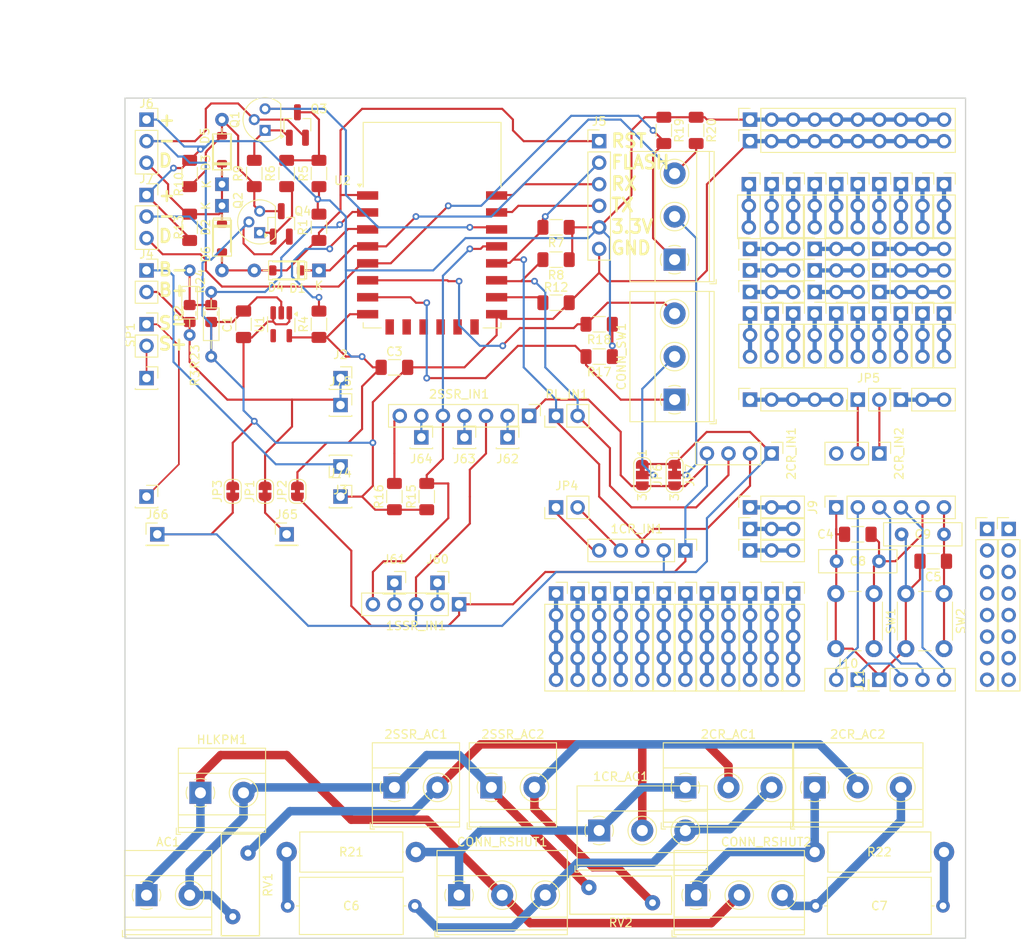
<source format=kicad_pcb>
(kicad_pcb (version 20240108) (generator "pcbnew") (generator_version "8.0")
  (layers (0 "F.Cu" signal) (31 "B.Cu" signal) (34 "B.Paste" user) (35 "F.Paste" user) (36 "B.SilkS" user "B.Silkscreen") (37 "F.SilkS" user "F.Silkscreen") (38 "B.Mask" user) (39 "F.Mask" user) (44 "Edge.Cuts" user))
  (net 0 "")
  (net 1 "+3.3V")
  (net 2 "GND")
  (net 3 "/~{RAIN_SET}")
  (net 4 "/GPIO16")
  (net 5 "/~{RST}")
  (net 6 "/GPIO14")
  (net 7 "/Relay PCB/CR_DOWN1")
  (net 8 "/Relay PCB/CR_UP1")
  (net 9 "/B-")
  (net 10 "/V-")
  (net 11 "/V+")
  (net 12 "/GPIO0")
  (net 13 "/GPIO1{slash}TXD")
  (net 14 "/GPIO3{slash}RXD")
  (net 15 "/EN")
  (net 16 "/GPIO15")
  (net 17 "/GPIO2")
  (net 18 "/ADC")
  (net 19 "/Relay PCB/CR_COM1")
  (net 20 "Net-(Q2-B)")
  (net 21 "Net-(D3-A)")
  (net 22 "Net-(Q1-B)")
  (net 24 "/Relay PCB/RL_GND")
  (net 30 "/Relay PCB/RL_VCC")
  (net 32 "/Relay PCB/AC2")
  (net 33 "/GPIO4")
  (net 34 "/Relay PCB/CR_UP2")
  (net 35 "/Relay PCB/CR_DOWN2")
  (net 36 "/Relay PCB/CR_COM2")
  (net 37 "/Relay PCB/JD_VCC")
  (net 38 "/GPIO5")
  (net 39 "/Relay PCB/AC1")
  (net 40 "B+")
  (net 41 "/GPIO12")
  (net 42 "/GPIO13")
  (net 43 "/Relay PCB/RL_V+")
  (net 44 "/GPIO5{slash}RAIN")
  (net 45 "/Relay PCB/RL_GND2")
  (net 46 "/Relay PCB/RL_VCC2")
  (net 47 "/Relay PCB/RL_GND_NUSED")
  (net 48 "/Relay PCB/RL_SW1")
  (net 49 "/Relay PCB/RL_SW2")
  (net 50 "/Relay PCB/AC3")
  (net 51 "/Relay PCB/AC4")
  (net 52 "/Relay PCB/JD_COM")
  (net 53 "Net-(J12-Pin_1)")
  (net 54 "Net-(J13-Pin_1)")
  (net 55 "Net-(J14-Pin_1)")
  (net 56 "Net-(J15-Pin_1)")
  (net 57 "Net-(J16-Pin_1)")
  (net 58 "Net-(J17-Pin_1)")
  (net 59 "Net-(J18-Pin_1)")
  (net 60 "Net-(J19-Pin_1)")
  (net 61 "Net-(J20-Pin_1)")
  (net 62 "Net-(J21-Pin_1)")
  (net 63 "Net-(J22-Pin_1)")
  (net 64 "Net-(J23-Pin_1)")
  (net 65 "Net-(J24-Pin_1)")
  (net 66 "Net-(J25-Pin_1)")
  (net 67 "Net-(J26-Pin_1)")
  (net 68 "Net-(J27-Pin_1)")
  (net 69 "Net-(J28-Pin_1)")
  (net 70 "Net-(J29-Pin_1)")
  (net 71 "Net-(J32-Pin_1)")
  (net 72 "Net-(J33-Pin_1)")
  (net 73 "Net-(J34-Pin_1)")
  (net 74 "Net-(J35-Pin_1)")
  (net 75 "Net-(J36-Pin_1)")
  (net 76 "Net-(J37-Pin_1)")
  (net 77 "Net-(J38-Pin_1)")
  (net 78 "Net-(J39-Pin_1)")
  (net 79 "Net-(J40-Pin_1)")
  (net 80 "Net-(J41-Pin_1)")
  (net 81 "Net-(J42-Pin_1)")
  (net 82 "Net-(J43-Pin_1)")
  (net 83 "Net-(J44-Pin_1)")
  (net 84 "/GND2")
  (net 85 "Net-(J45-Pin_1)")
  (net 86 "Net-(J46-Pin_1)")
  (net 87 "Net-(J47-Pin_1)")
  (net 88 "Net-(J48-Pin_1)")
  (net 89 "Net-(J49-Pin_1)")
  (net 90 "Net-(J50-Pin_1)")
  (net 91 "Net-(J51-Pin_1)")
  (net 92 "Net-(J52-Pin_1)")
  (net 93 "Net-(J53-Pin_1)")
  (net 94 "Net-(J54-Pin_1)")
  (net 95 "Net-(J55-Pin_1)")
  (net 96 "Net-(J56-Pin_1)")
  (net 97 "Net-(J57-Pin_1)")
  (net 98 "Net-(J58-Pin_1)")
  (net 99 "Net-(J59-Pin_1)")
  (net 100 "Net-(1SSR_IN1-Pin_2)")
  (net 101 "Net-(1SSR_IN1-Pin_4)")
  (net 102 "Net-(2SSR_IN1-Pin_6)")
  (net 103 "Net-(2SSR_IN1-Pin_4)")
  (net 104 "Net-(2SSR_IN1-Pin_2)")
  (net 105 "/Connector_d1_mini/D4")
  (net 106 "/Connector_d1_mini/D2")
  (net 107 "/Connector_d1_mini/+5V")
  (net 108 "/Connector_d1_mini/D1")
  (net 109 "/Connector_d1_mini/D5")
  (net 110 "/Connector_d1_mini/D7")
  (net 111 "/Connector_d1_mini/A0")
  (net 112 "/Connector_d1_mini/D0")
  (net 113 "/Connector_d1_mini/D6")
  (net 114 "/Connector_d1_mini/D8")
  (net 115 "/GPIO0_2")
  (net 116 "/~{RST2}")
  (net 117 "/RX")
  (net 118 "/+3.3V2")
  (net 119 "/TX")
  (net 120 "/+3.3V3")
  (footprint "Connector_PinSocket_2.54mm:PinSocket_1x04_P2.54mm_Vertical" (layer "F.Cu") (at 111.76 45.72 90)
    (property "Reference" "J29" (hide yes))
    (property "Value" "Conn_01x03_Socket" (hide yes))
  )
  (footprint "Capacitor_THT:C_Disc_D9.0mm_W2.5mm_P5.00mm" (layer "F.Cu") (at 114.38 76.835)
    (property "Reference" "C9")
    (property "Value" "100nF")
  )
  (footprint "MountingHole:MountingHole_2.2mm_M2" (layer "F.Cu") (at 119.38 66.04)
    (property "Reference" "H7" (hide yes))
    (property "Value" "MountingHole" (hide yes))
  )
  (footprint "MountingHole:MountingHole_2.2mm_M2" (layer "F.Cu") (at 25.4 111.76)
    (property "Reference" "H4" (hide yes))
    (property "Value" "MountingHole")
  )
  (footprint "Resistor_SMD:R_1206_3216Metric_Pad1.30x1.75mm_HandSolder" (layer "F.Cu") (at 73.66 44.45 180)
    (property "Reference" "R8")
    (property "Value" "10K")
  )
  (footprint "Connector_PinSocket_2.54mm:PinSocket_1x05_P2.54mm_Vertical" (layer "F.Cu") (at 91.44 83.82)
    (property "Reference" "J52" (hide yes))
    (property "Value" "Conn_01x05_Socket" (hide yes))
  )
  (footprint "Connector_PinHeader_2.54mm:PinHeader_1x02_P2.54mm_Vertical" (layer "F.Cu") (at 73.66 73.66 90)
    (property "Reference" "JP4")
    (property "Value" "Jumper_2_Open")
  )
  (footprint "MountingHole:MountingHole_2.2mm_M2" (layer "F.Cu") (at 29.845 27.94)
    (property "Reference" "H1" (hide yes))
    (property "Value" "MountingHole")
  )
  (footprint "Resistor_SMD:R_1206_3216Metric_Pad1.30x1.75mm_HandSolder" (layer "F.Cu") (at 45.72 52.07 90)
    (property "Reference" "R4")
    (property "Value" "10K")
  )
  (footprint "TerminalBlock_Phoenix:TerminalBlock_Phoenix_MKDS-1,5-2-5.08_1x02_P5.08mm_Horizontal" (layer "F.Cu") (at 31.75 107.315)
    (property "Reference" "HLKPM1")
    (property "Value" "Conn_01x02_Pin")
  )
  (footprint "Jumper:SolderJumper-2_P1.3mm_Bridged_RoundedPad1.0x1.5mm" (layer "F.Cu") (at 43.18 71.77 90)
    (property "Reference" "JP2")
    (property "Value" "SolderJumper_2_Bridged")
  )
  (footprint "Package_TO_SOT_THT:TO-92" (layer "F.Cu") (at 38.735 41.275 90)
    (property "Reference" "Q2")
    (property "Value" "MMBT3904")
  )
  (footprint "Resistor_SMD:R_1206_3216Metric_Pad1.30x1.75mm_HandSolder" (layer "F.Cu") (at 73.66 49.53)
    (property "Reference" "R12")
    (property "Value" "10K")
  )
  (footprint "Diode_SMD:D_SOD-123" (layer "F.Cu") (at 34.29 41.91 -90)
    (property "Reference" "D6")
    (property "Value" "1N4148W")
  )
  (footprint "Resistor_SMD:R_1206_3216Metric_Pad1.30x1.75mm_HandSolder" (layer "F.Cu") (at 78.74 55.88 180)
    (property "Reference" "R17")
    (property "Value" "10K")
  )
  (footprint "Connector_PinSocket_2.54mm:PinSocket_1x03_P2.54mm_Vertical" (layer "F.Cu") (at 101.6 50.8)
    (property "Reference" "J36" (hide yes))
    (property "Value" "Conn_01x03_Socket" (hide yes))
  )
  (footprint "Capacitor_SMD:C_1206_3216Metric_Pad1.33x1.80mm_HandSolder" (layer "F.Cu") (at 36.83 52.07 90)
    (property "Reference" "C1")
    (property "Value" "1uF")
  )
  (footprint "Connector_PinSocket_2.54mm:PinSocket_1x03_P2.54mm_Vertical" (layer "F.Cu") (at 106.68 35.56)
    (property "Reference" "J16" (hide yes))
    (property "Value" "Conn_01x03_Socket")
  )
  (footprint "Connector_PinSocket_2.54mm:PinSocket_1x03_P2.54mm_Vertical" (layer "F.Cu") (at 25.4 27.94)
    (property "Reference" "J6")
    (property "Value" "GPIO5/RAIN")
  )
  (footprint "Connector_PinSocket_2.54mm:PinSocket_1x03_P2.54mm_Vertical" (layer "F.Cu") (at 96.52 48.26 90)
    (property "Reference" "J22" (hide yes))
    (property "Value" "Conn_01x03_Socket")
  )
  (footprint "Resistor_SMD:R_1206_3216Metric_Pad1.30x1.75mm_HandSolder" (layer "F.Cu") (at 30.48 34.29 -90)
    (property "Reference" "R10")
    (property "Value" "10k")
  )
  (footprint "Connector_PinSocket_2.54mm:PinSocket_1x05_P2.54mm_Vertical" (layer "F.Cu") (at 73.66 83.82)
    (property "Reference" "J45" (hide yes))
    (property "Value" "Conn_01x05_Socket" (hide yes))
  )
  (footprint "Jumper:SolderJumper-3_P1.3mm_Bridged12_RoundedPad1.0x1.5mm_NumberLabels" (layer "F.Cu") (at 87.63 69.85 -90)
    (property "Reference" "JP7")
    (property "Value" "SolderJumper_3_Bridged12")
  )
  (footprint "Connector_PinSocket_2.54mm:PinSocket_1x03_P2.54mm_Vertical" (layer "F.Cu") (at 109.22 35.56)
    (property "Reference" "J17" (hide yes))
    (property "Value" "Conn_01x03_Socket")
  )
  (footprint "Connector_PinSocket_2.54mm:PinSocket_1x03_P2.54mm_Vertical" (layer "F.Cu") (at 109.22 50.8)
    (property "Reference" "J39" (hide yes))
    (property "Value" "Conn_01x03_Socket" (hide yes))
  )
  (footprint "Connector_PinSocket_2.54mm:PinSocket_1x05_P2.54mm_Vertical" (layer "F.Cu") (at 86.36 83.82)
    (property "Reference" "J50" (hide yes))
    (property "Value" "Conn_01x05_Socket" (hide yes))
  )
  (footprint "Resistor_SMD:R_1206_3216Metric_Pad1.30x1.75mm_HandSolder" (layer "F.Cu") (at 45.72 34.29 90)
    (property "Reference" "R5")
    (property "Value" "10k")
  )
  (footprint "Connector_PinHeader_2.54mm:PinHeader_1x07_P2.54mm_Vertical" (layer "F.Cu") (at 70.485 62.865 -90)
    (property "Reference" "2SSR_IN1")
    (property "Value" "Conn_01x04_Pin")
  )
  (footprint "TerminalBlock_Phoenix:TerminalBlock_Phoenix_MKDS-1,5-3-5.08_1x03_P5.08mm_Horizontal" (layer "F.Cu") (at 104.14 106.68)
    (property "Reference" "2CR_AC2")
    (property "Value" "Conn_01x03_Pin")
  )
  (footprint "Button_Switch_THT:SW_PUSH_6mm_H4.3mm" (layer "F.Cu") (at 119.38 83.82 -90)
    (property "Reference" "SW2")
    (property "Value" "Reset")
  )
  (footprint "Connector_PinSocket_2.54mm:PinSocket_1x05_P2.54mm_Vertical" (layer "F.Cu") (at 76.2 83.82)
    (property "Reference" "J46" (hide yes))
    (property "Value" "Conn_01x05_Socket" (hide yes))
  )
  (footprint "Resistor_THT:R_Axial_DIN0414_L11.9mm_D4.5mm_P15.24mm_Horizontal" (layer "F.Cu") (at 57.15 114.3 180)
    (property "Reference" "R21")
    (property "Value" "100")
  )
  (footprint "Connector_PinSocket_2.54mm:PinSocket_1x03_P2.54mm_Vertical" (layer "F.Cu") (at 99.06 50.8)
    (property "Reference" "J35" (hide yes))
    (property "Value" "Conn_01x03_Socket" (hide yes))
  )
  (footprint "Connector_PinHeader_2.54mm:PinHeader_1x02_P2.54mm_Vertical" (layer "F.Cu") (at 109.22 60.96 90)
    (property "Reference" "JP5")
    (property "Value" "Jumper_2_Open" (hide yes))
  )
  (footprint "Connector_PinSocket_2.54mm:PinSocket_1x01_P2.54mm_Vertical" (layer "F.Cu") (at 48.26 68.83 180)
    (property "Reference" "J3")
    (property "Value" "B-")
  )
  (footprint "Resistor_THT:R_Axial_DIN0414_L11.9mm_D4.5mm_P15.24mm_Horizontal" (layer "F.Cu") (at 104.14 114.3)
    (property "Reference" "R22")
    (property "Value" "100")
  )
  (footprint "Resistor_SMD:R_1206_3216Metric_Pad1.30x1.75mm_HandSolder" (layer "F.Cu") (at 54.61 72.39 90)
    (property "Reference" "R16")
    (property "Value" "10K")
  )
  (footprint "Button_Switch_THT:SW_PUSH_6mm_H4.3mm" (layer "F.Cu") (at 111.125 83.82 -90)
    (property "Reference" "SW1")
    (property "Value" "Flash")
  )
  (footprint "Connector_PinSocket_2.54mm:PinSocket_1x01_P2.54mm_Vertical" (layer "F.Cu") (at 57.785 65.405)
    (property "Reference" "J64")
    (property "Value" "Conn_01x01")
  )
  (footprint "Package_TO_SOT_SMD:SOT-23-5_HandSoldering" (layer "F.Cu") (at 41.275 52.07 -90)
    (property "Reference" "U1")
    (property "Value" "AP2112K-3.3")
  )
  (footprint "Resistor_SMD:R_1206_3216Metric_Pad1.30x1.75mm_HandSolder" (layer "F.Cu") (at 58.42 72.39 90)
    (property "Reference" "R15")
    (property "Value" "10K")
  )
  (footprint "MountingHole:MountingHole_2.2mm_M2" (layer "F.Cu") (at 71.12 27.94)
    (property "Reference" "H2" (hide yes))
    (property "Value" "MountingHole")
  )
  (footprint "Connector_PinSocket_2.54mm:PinSocket_1x01_P2.54mm_Vertical" (layer "F.Cu") (at 48.26 58.42)
    (property "Reference" "J2")
    (property "Value" "B+")
  )
  (footprint "Connector_PinSocket_2.54mm:PinSocket_1x03_P2.54mm_Vertical" (layer "F.Cu") (at 104.14 45.72 90)
    (property "Reference" "J26" (hide yes))
    (property "Value" "Conn_01x03_Socket")
  )
  (footprint "Resistor_THT:R_Axial_DIN0204_L3.6mm_D1.6mm_P7.62mm_Horizontal" (layer "F.Cu") (at 33.02 48.26 -90)
    (property "Reference" "R23")
    (property "Value" "20k")
  )
  (footprint "Connector_PinSocket_2.54mm:PinSocket_1x03_P2.54mm_Vertical" (layer "F.Cu") (at 96.38 35.56)
    (property "Reference" "J12" (hide yes))
    (property "Value" "Conn_01x03_Socket")
  )
  (footprint "TerminalBlock_Phoenix:TerminalBlock_Phoenix_MKDS-1,5-3-5.08_1x03_P5.08mm_Horizontal" (layer "F.Cu") (at 88.9 106.68)
    (property "Reference" "2CR_AC1")
    (property "Value" "Conn_01x03_Pin")
  )
  (footprint "Jumper:SolderJumper-3_P1.3mm_Bridged12_RoundedPad1.0x1.5mm_NumberLabels" (layer "F.Cu") (at 83.82 69.85 -90)
    (property "Reference" "JP6")
    (property "Value" "SolderJumper_3_Bridged12")
  )
  (footprint "Connector_PinSocket_2.54mm:PinSocket_1x03_P2.54mm_Vertical" (layer "F.Cu") (at 96.52 78.74 90)
    (property "Reference" "J59" (hide yes))
    (property "Value" "Conn_01x03_Socket" (hide yes))
  )
  (footprint "Connector_PinSocket_2.54mm:PinSocket_1x03_P2.54mm_Vertical" (layer "F.Cu") (at 114.3 35.56)
    (property "Reference" "J19" (hide yes))
    (property "Value" "Conn_01x03_Socket")
  )
  (footprint "Connector_PinHeader_2.54mm:PinHeader_1x04_P2.54mm_Vertical" (layer "F.Cu") (at 99.06 67.31 -90)
    (property "Reference" "2CR_IN1")
    (property "Value" "Conn_01x04_Pin")
  )
  (footprint "Connector_PinSocket_2.54mm:PinSocket_1x03_P2.54mm_Vertical" (layer "F.Cu") (at 104.14 35.56)
    (property "Reference" "J15" (hide yes))
    (property "Value" "Conn_01x03_Socket")
  )
  (footprint "Resistor_SMD:R_1206_3216Metric_Pad1.30x1.75mm_HandSolder" (layer "F.Cu") (at 30.48 40.64 90)
    (property "Reference" "R13")
    (property "Value" "10K")
  )
  (footprint "Connector_PinHeader_2.54mm:PinHeader_1x08_P2.54mm_Vertical" (layer "F.Cu") (at 127 76.2)
    (property "Reference" "J68" (hide yes))
    (property "Value" "Conn_01x08_Pin" (hide yes))
  )
  (footprint "Connector_PinHeader_2.54mm:PinHeader_1x01_P2.54mm_Vertical" (layer "F.Cu") (at 41.91 76.835)
    (property "Reference" "J65")
    (property "Value" "Conn_01x01")
  )
  (footprint "Connector_PinSocket_2.54mm:PinSocket_1x05_P2.54mm_Vertical" (layer "F.Cu") (at 81.28 83.82)
    (property "Reference" "J48" (hide yes))
    (property "Value" "Conn_01x05_Socket" (hide yes))
  )
  (footprint "Diode_SMD:D_SOD-123" (layer "F.Cu") (at 34.29 31.495 90)
    (property "Reference" "D5")
    (property "Value" "1N4148W")
  )
  (footprint "Connector_PinSocket_2.54mm:PinSocket_1x03_P2.54mm_Vertical" (layer "F.Cu") (at 104.14 43.18 90)
    (property "Reference" "J27" (hide yes))
    (property "Value" "Conn_01x03_Socket")
  )
  (footprint "Capacitor_THT:C_Axial_L12.0mm_D6.5mm_P15.00mm_Horizontal" (layer "F.Cu") (at 104.26 120.65)
    (property "Reference" "C7")
    (property "Value" "0.1uF")
  )
  (footprint "RF_Module:ESP-12E" (layer "F.Cu") (at 59.055 40.386)
    (property "Reference" "U2")
    (property "Value" "ESP-12E")
  )
  (footprint "Resistor_SMD:R_1206_3216Metric_Pad1.30x1.75mm_HandSolder" (layer "F.Cu") (at 78.74 52.07 180)
    (property "Reference" "R18")
    (property "Value" "10K")
  )
  (footprint "Connector_PinSocket_2.54mm:PinSocket_1x03_P2.54mm_Vertical" (layer "F.Cu") (at 106.68 50.8)
    (property "Reference" "J38" (hide yes))
    (property "Value" "Conn_01x03_Socket" (hide yes))
  )
  (footprint "Connector_PinSocket_2.54mm:PinSocket_1x03_P2.54mm_Vertical" (layer "F.Cu") (at 99.06 35.56)
    (property "Reference" "J13" (hide yes))
    (property "Value" "Conn_01x03_Socket")
  )
  (footprint "Connector_PinSocket_2.54mm:PinSocket_1x01_P2.54mm_Vertical" (layer "F.Cu") (at 48.26 61.595)
    (property "Reference" "J75")
    (property "Value" "OUT+")
  )
  (footprint "TerminalBlock_Phoenix:TerminalBlock_Phoenix_MKDS-1,5-2-5.08_1x02_P5.08mm_Horizontal" (layer "F.Cu") (at 66.035 106.68)
    (property "Reference" "2SSR_AC2")
    (property "Value" "Conn_01x02_Pin")
  )
  (footprint "Connector_PinSocket_2.54mm:PinSocket_1x01_P2.54mm_Vertical" (layer "F.Cu") (at 62.865 65.405)
    (property "Reference" "J63")
    (property "Value" "Conn_01x01")
  )
  (footprint "Jumper:SolderJumper-2_P1.3mm_Bridged_RoundedPad1.0x1.5mm" (layer "F.Cu") (at 35.56 71.77 90)
    (property "Reference" "JP3")
    (property "Value" "SolderJumper_2_Bridged")
  )
  (footprint "Resistor_SMD:R_1206_3216Metric_Pad1.30x1.75mm_HandSolder" (layer "F.Cu") (at 86.36 29.21 -90)
    (property "Reference" "R19")
    (property "Value" "10K")
  )
  (footprint "Connector_PinSocket_2.54mm:PinSocket_1x04_P2.54mm_Vertical" (layer "F.Cu") (at 111.76 48.26 90)
    (property "Reference" "J28" (hide yes))
    (property "Value" "Conn_01x03_Socket" (hide yes))
  )
  (footprint "Package_TO_SOT_SMD:SOT-23_Handsoldering" (layer "F.Cu") (at 41.275 40.235 90)
    (property "Reference" "Q4")
    (property "Value" "MMBT3904")
  )
  (footprint "Connector_PinHeader_2.54mm:PinHeader_1x01_P2.54mm_Vertical" (layer "F.Cu") (at 26.67 76.835)
    (property "Reference" "J66")
    (property "Value" "Conn_01x01")
  )
  (footprint "Diode_THT:D_DO-35_SOD27_P7.62mm_Horizontal" (layer "F.Cu") (at 34.29 38.1 -90)
    (property "Reference" "D2")
    (property "Value" "1N4148")
  )
  (footprint "Connector_PinSocket_2.54mm:PinSocket_1x03_P2.54mm_Vertical" (layer "F.Cu") (at 96.52 50.8)
    (property "Reference" "J34" (hide yes))
    (property "Value" "Conn_01x03_Socket" (hide yes))
  )
  (footprint "Connector_PinSocket_2.54mm:PinSocket_1x03_P2.54mm_Vertical" (layer "F.Cu") (at 116.84 50.8)
    (property "Reference" "J42" (hide yes))
    (property "Value" "Conn_01x03_Socket" (hide yes))
  )
  (footprint "MountingHole:MountingHole_2.2mm_M2" (layer "F.Cu") (at 67.31 73.66)
    (property "Reference" "H6" (hide yes))
    (property "Value" "MountingHole")
  )
  (footprint "Connector_PinSocket_2.54mm:PinSocket_1x05_P2.54mm_Vertical" (layer "F.Cu") (at 99.06 83.82)
    (property "Reference" "J55" (hide yes))
    (property "Value" "Conn_01x05_Socket" (hide yes))
  )
  (footprint "Connector_PinSocket_2.54mm:PinSocket_1x03_P2.54mm_Vertical" (layer "F.Cu") (at 96.52 73.66 90)
    (property "Reference" "J57" (hide yes))
    (property "Value" "Conn_01x03_Socket" (hide yes))
  )
  (footprint "Connector_PinHeader_2.54mm:PinHeader_1x02_P2.54mm_Vertical" (layer "F.Cu") (at 73.66 62.865 90)
    (property "Reference" "RL_IN1")
    (property "Value" "Conn_01x02_Pin")
  )
  (footprint "Connector_PinHeader_2.54mm:PinHeader_1x05_P2.54mm_Vertical" (layer "F.Cu") (at 88.9 78.74 -90)
    (property "Reference" "1CR_IN1")
    (property "Value" "Conn_01x05_Pin")
  )
  (footprint "Connector_PinSocket_2.54mm:PinSocket_1x05_P2.54mm_Vertical" (layer "F.Cu") (at 101.6 83.82)
    (property "Reference" "J56" (hide yes))
    (property "Value" "Conn_01x05_Socket" (hide yes))
  )
  (footprint "Connector_PinHeader_2.54mm:PinHeader_1x05_P2.54mm_Vertical" (layer "F.Cu") (at 62.235 85.09 -90)
    (property "Reference" "1SSR_IN1")
    (property "Value" "Conn_01x05_Pin")
  )
  (footprint "TerminalBlock_Phoenix:TerminalBlock_Phoenix_MKDS-1,5-3-5.08_1x03_P5.08mm_Horizontal" (layer "F.Cu") (at 62.23 119.38)
    (property "Reference" "CONN_RSHUT1")
    (property "Value" "Conn_01x03_Pin")
  )
  (footprint "Jumper:SolderJumper-2_P1.3mm_Bridged_RoundedPad1.0x1.5mm" (layer "F.Cu") (at 39.37 71.77 90)
    (property "Reference" "JP1")
    (property "Value" "SolderJumper_2_Bridged")
  )
  (footprint "Resistor_SMD:R_1206_3216Metric_Pad1.30x1.75mm_HandSolder" (layer "F.Cu") (at 41.91 34.29 -90)
    (property "Reference" "R6")
    (property "Value" "100k")
  )
  (footprint "Capacitor_THT:C_Disc_D9.0mm_W2.5mm_P5.00mm" (layer "F.Cu") (at 106.72 80.01)
    (property "Reference" "C8")
    (property "Value" "100nF")
  )
  (footprint "Connector_PinSocket_2.54mm:PinSocket_1x03_P2.54mm_Vertical" (layer "F.Cu") (at 114.3 60.96 90)
    (property "Reference" "J33" (hide yes))
    (property "Value" "Conn_01x03_Socket" (hide yes))
  )
  (footprint "TerminalBlock_Phoenix:TerminalBlock_Phoenix_MKDS-1,5-3-5.08_1x03_P5.08mm_Horizontal" (layer "F.Cu") (at 78.74 111.76)
    (property "Reference" "1CR_AC1")
    (property "Value" "Conn_01x03_Pin")
  )
  (footprint "Connector_PinSocket_2.54mm:PinSocket_1x03_P2.54mm_Vertical" (layer "F.Cu") (at 111.76 35.56)
    (property "Reference" "J18" (hide yes))
    (property "Value" "Conn_01x03_Socket")
  )
  (footprint "Connector_PinSocket_2.54mm:PinSocket_1x03_P2.54mm_Vertical" (layer "F.Cu") (at 25.4 36.83)
    (property "Reference" "J7")
    (property "Value" "Temperature")
  )
  (footprint "MountingHole:MountingHole_2.2mm_M2" (layer "F.Cu") (at 30.48 73.66)
    (property "Reference" "H5" (hide yes))
    (property "Value" "MountingHole")
  )
  (footprint "Connector_PinHeader_2.54mm:PinHeader_1x03_P2.54mm_Vertical" (layer "F.Cu") (at 111.76 67.31 -90)
    (property "Reference" "2CR_IN2")
    (property "Value" "Conn_01x03_Pin" (hide yes))
  )
  (footprint "Diode_SMD:D_SOD-123" (layer "F.Cu") (at 41.91 45.72 180)
    (property "Reference" "D4")
    (property "Value" "1N4148W")
  )
  (footprint "TerminalBlock_Phoenix:TerminalBlock_Phoenix_MKDS-1,5-3-5.08_1x03_P5.08mm_Horizontal" (layer "F.Cu") (at 90.17 119.38)
    (property "Reference" "CONN_RSHUT2")
    (property "Value" "Conn_01x03_Pin")
  )
  (footprint "Connector_PinSocket_2.54mm:PinSocket_1x01_P2.54mm_Vertical" (layer "F.Cu") (at 59.69 82.55)
    (property "Reference" "J60")
    (property "Value" "Conn_01x01")
  )
  (footprint "Connector_PinSocket_2.54mm:PinSocket_1x05_P2.54mm_Vertical" (layer "F.Cu") (at 83.82 83.82)
    (property "Reference" "J49" (hide yes))
    (property "Value" "Conn_01x05_Socket" (hide yes))
  )
  (footprint "Package_TO_SOT_SMD:SOT-23_Handsoldering" (layer "F.Cu") (at 43.18 28.575 90)
    (property "Reference" "Q3")
    (property "Value" "MMBT3904")
  )
  (footprint "Capacitor_SMD:C_1206_3216Metric_Pad1.33x1.80mm_HandSolder" (layer "F.Cu") (at 118.11 80.01 180)
    (property "Reference" "C5")
    (property "Value" "100nF")
  )
  (footprint "TerminalBlock_Phoenix:TerminalBlock_Phoenix_MKDS-1,5-3-5.08_1x03_P5.08mm_Horizontal" (layer "F.Cu") (at 87.63 44.45 90)
    (property "Reference" "CONN_SW2" (hide yes))
    (property "Value" "Conn_01x03_Pin")
  )
  (footprint "Resistor_THT:R_Axial_DIN0204_L3.6mm_D1.6mm_P7.62mm_Horizontal" (layer "F.Cu") (at 30.48 53.34 90)
    (property "Reference" "R24")
    (property "Value" "68k")
  )
  (footprint "Connector_PinSocket_2.54mm:PinSocket_1x01_P2.54mm_Vertical" (layer "F.Cu") (at 48.26 72.39)
    (property "Reference" "J74")
    (property "Value" "OUT-")
  )
  (footprint "Diode_THT:D_DO-35_SOD27_P7.62mm_Horizontal" (layer "F.Cu") (at 45.72 45.72 180)
    (property "Reference" "D1")
    (property "Value" "1N4148")
  )
  (footprint "Connector_PinSocket_2.54mm:PinSocket_1x05_P2.54mm_Vertical" (layer "F.Cu") (at 93.98 83.82)
    (property "Reference" "J53" (hide yes))
    (property "Value" "Conn_01x05_Socket" (hide yes))
  )
  (footprint "Connector_PinSocket_2.54mm:PinSocket_1x10_P2.54mm_Vertical" (layer "F.Cu") (at 96.52 30.48 90)
    (property "Reference" "J30" (hide yes))
    (property "Value" "Conn_01x10_Socket" (hide yes))
  )
  (footprint "Connector_PinSocket_2.54mm:PinSocket_1x03_P2.54mm_Vertical" (layer "F.Cu") (at 101.6 35.56)
    (property "Reference" "J14" (hide yes))
    (property "Value" "Conn_01x03_Socket")
  )
  (footprint "Connector_PinSocket_2.54mm:PinSocket_1x03_P2.54mm_Vertical" (layer "F.Cu") (at 96.52 76.2 90)
    (property "Reference" "J58" (hide yes))
    (property "Value" "Conn_01x03_Socket" (hide yes))
  )
  (footprint "Package_TO_SOT_THT:TO-92" (layer "F.Cu") (at 39.37 29.21 90)
    (property "Reference" "Q1")
    (property "Value" "MMBT3904")
  )
  (footprint "Connector_PinSocket_2.54mm:PinSocket_1x03_P2.54mm_Vertical" (layer "F.Cu") (at 119.38 50.8)
    (property "Reference" "J43" (hide yes))
    (property "Value" "Conn_01x03_Socket" (hide yes))
  )
  (footprint "Connector_PinSocket_2.54mm:PinSocket_1x01_P2.54mm_Vertical" (layer "F.Cu") (at 54.61 82.55)
    (property "Reference" "J61")
    (property "Value" "Conn_01x01")
  )
  (footprint "Resistor_SMD:R_1206_3216Metric_Pad1.30x1.75mm_HandSolder" (layer "F.Cu") (at 90.17 29.21 -90)
    (property "Reference" "R20")
    (property "Value" "10K")
  )
  (footprint "Connector_PinSocket_2.54mm:PinSocket_1x03_P2.54mm_Vertical" (layer "F.Cu") (at 96.52 45.72 90)
    (property "Reference" "J23" (hide yes))
    (property "Value" "Conn_01x03_Socket")
  )
  (footprint "Connector_PinSocket_2.54mm:PinSocket_1x02_P2.54mm_Vertical" (layer "F.Cu") (at 25.4 52.07)
    (property "Reference" "SP1")
    (property "Value" "Solar panel")
  )
  (footprint "Capacitor_SMD:C_1206_3216Metric_Pad1.33x1.80mm_HandSolder" (layer "F.Cu") (at 54.61 57.15)
    (property "Reference" "C3")
    (property "Value" "1uF")
  )
  (footprint "Connector_PinHeader_2.54mm:PinHeader_1x06_P2.54mm_Vertical" (layer "F.Cu") (at 78.74 30.48)
    (property "Reference" "J5")
    (property "Value" "Prog")
  )
  (footprint "Capacitor_SMD:C_1206_3216Metric_Pad1.33x1.80mm_HandSolder" (layer "F.Cu") (at 109.22 76.835)
    (property "Reference" "C4")
    (property "Value" "100nF")
  )
  (footprint "Connector_PinSocket_2.54mm:PinSocket_1x03_P2.54mm_Vertical" (layer "F.Cu") (at 114.3 50.8)
    (property "Reference" "J41" (hide yes))
    (property "Value" "Conn_01x03_Socket" (hide yes))
  )
  (footprint "Diode_THT:D_DO-35_SOD27_P7.62mm_Horizontal" (layer "F.Cu") (at 34.29 35.56 90)
    (property "Reference" "D3")
    (property "Value" "1N4148")
  )
  (footprint "Connector_PinSocket_2.54mm:PinSocket_1x05_P2.54mm_Vertical" (layer "F.Cu") (at 88.9 83.82)
    (property "Reference" "J51" (hide yes))
    (property "Value" "Conn_01x05_Socket" (hide yes))
  )
  (footprint "Connector_PinSocket_2.54mm:PinSocket_1x01_P2.54mm_Vertical" (layer "F.Cu") (at 25.4 58.42)
    (property "Reference" "SP2" (hide yes))
    (property "Value" "IN+")
  )
  (footprint "Resistor_SMD:R_0805_2012Metric_Pad1.20x1.40mm_HandSolder" (layer "F.Cu") (at 33.02 50.8 -90)
    (property "Reference" "R3")
    (property "Value" "20k")
  )
  (footprint "Connector_PinSocket_2.54mm:PinSocket_1x05_P2.54mm_Vertical" (layer "F.Cu") (at 96.52 60.96 90)
    (property "Reference" "J44" (hide yes))
    (property "Value" "Conn_01x05_Socket" (hide yes))
  )
  (footprint "Connector_PinSocket_2.54mm:PinSocket_1x03_P2.54mm_Vertical" (layer "F.Cu") (at 104.14 48.26 90)
    (property "Reference" "J25" (hide yes))
    (property "Value" "Conn_01x03_Socket")
  )
  (footprint "Connector_PinSocket_2.54mm:PinSocket_1x05_P2.54mm_Vertical" (layer "F.Cu") (at 96.52 83.82)
    (property "Reference" "J54" (hide yes))
    (property "Value" "Conn_01x05_Socket" (hide yes))
  )
  (footprint "Connector_PinHeader_2.54mm:PinHeader_1x08_P2.54mm_Vertical" (layer "F.Cu") (at 124.46 76.2)
    (property "Reference" "J67" (hide yes))
    (property "Value" "Conn_01x08_Pin" (hide yes))
  )
  (footprint "Connector_PinSocket_2.54mm:PinSocket_1x06_P2.54mm_Vertical" (layer "F.Cu") (at 106.68 73.66 90)
    (property "Reference" "J9")
    (property "Value" "Prog")
  )
  (footprint "TerminalBlock_Phoenix:TerminalBlock_Phoenix_MKDS-1,5-2-5.08_1x02_P5.08mm_Horizontal" (layer "F.Cu") (at 25.4 119.38)
    (property "Reference" "AC1")
    (property "Value" "Conn_01x02_Pin")
  )
  (footprint "Connector_PinSocket_2.54mm:PinSocket_1x03_P2.54mm_Vertical" (layer "F.Cu") (at 119.38 35.56)
    (property "Reference" "J21" (hide yes))
    (property "Value" "Conn_01x03_Socket" (hide yes))
  )
  (footprint "Resistor_SMD:R_0805_2012Metric_Pad1.20x1.40mm_HandSolder" (layer "F.Cu") (at 30.48 50.8 90)
    (property "Reference" "R2")
    (property "Value" "68K")
  )
  (footprint "Connector_PinSocket_2.54mm:PinSocket_1x03_P2.54mm_Vertical" (layer "F.Cu") (at 111.76 50.8)
    (property "Reference" "J40" (hide yes))
    (property "Value" "Conn_01x03_Socket" (hide yes))
  )
  (footprint "Connector_PinSocket_2.54mm:PinSocket_1x03_P2.54mm_Vertical" (layer "F.Cu") (at 96.52 43.18 90)
    (property "Reference" "J24" (hide yes))
    (property "Value" "Conn_01x03_Socket")
  )
  (footprint "Connector_PinSocket_2.54mm:PinSocket_1x01_P2.54mm_Vertical" (layer "F.Cu") (at 67.945 65.405)
    (property "Reference" "J62")
    (property "Value" "Conn_01x01")
  )
  (footprint "Connector_PinSocket_2.54mm:PinSocket_1x01_P2.54mm_Vertical" (layer "F.Cu") (at 25.4 72.39)
    (property "Reference" "J1" (hide yes))
    (property "Value" "IN-")
  )
  (footprint "Resistor_SMD:R_1206_3216Metric_Pad1.30x1.75mm_HandSolder" (layer "F.Cu") (at 45.72 40.64 -90)
    (property "Reference" "R1")
    (property "Value" "10K")
  )
  (footprint "Resistor_SMD:R_1206_3216Metric_Pad1.30x1.75mm_HandSolder" (layer "F.Cu") (at 38.1 34.29 -90)
    (property "Reference" "R9")
    (property "Value" "100k")
  )
  (footprint "Connector_PinSocket_2.54mm:PinSocket_1x02_P2.54mm_Vertical" (layer "F.Cu") (at 25.4 45.72)
    (property "Reference" "J4")
    (property "Value" "Battery")
  )
  (footprint "Connector_PinSocket_2.54mm:PinSocket_1x04_P2.54mm_Vertical" (layer "F.Cu") (at 111.76 43.18 90)
    (property "Reference" "J32" (hide yes))
    (property "Value" "Conn_01x03_Socket" (hide yes))
  )
  (footprint "Varistor:RV_Disc_D12mm_W4.5mm_P7.5mm" (layer "F.Cu") (at 77.53 118.48)
    (property "Reference" "RV2")
    (property "Value" "Varistor")
  )
  (footprint "Connector_PinHeader_2.54mm:PinHeader_1x04_P2.54mm_Vertical" (layer "F.Cu") (at 111.76 93.98 90)
    (property "Reference" "J11")
    (property "Value" "Prog")
  )
  (footprint "TerminalBlock_Phoenix:TerminalBlock_Phoenix_MKDS-1,5-2-5.08_1x02_P5.08mm_Horizontal" (layer "F.Cu") (at 54.61 106.68)
    (property "Reference" "2SSR_AC1")
    (property "Value" "Conn_01x02_Pin")
  )
  (footprint "Connector_PinSocket_2.54mm:PinSocket_1x03_P2.54mm_Vertical" (layer "F.Cu") (at 116.84 35.56)
    (property "Reference" "J20" (hide yes))
    (property "Value" "Conn_01x03_Socket" (hide yes))
  )
  (footprint "Resistor_SMD:R_1206_3216Metric_Pad1.30x1.75mm_HandSolder" (layer "F.Cu") (at 73.66 40.64 180)
    (property "Reference" "R7")
    (property "Value" "10K")
  )
  (footprint "Connector_PinSocket_2.54mm:PinSocket_1x10_P2.54mm_Vertical" (layer "F.Cu") (at 96.52 27.94 90)
    (property "Reference" "J31" (hide yes))
    (property "Value" "Conn_01x06_Socket" (hide yes))
  )
  (footprint "Connector_PinSocket_2.54mm:PinSocket_1x02_P2.54mm_Vertical" (layer "F.Cu") (at 109.22 93.98 -90)
    (property "Reference" "J10")
    (property "Value" "Alim-Flash" (hide yes))
  )
  (footprint "Varistor:RV_Disc_D12mm_W4.5mm_P7.5mm" (layer "F.Cu") (at 35.56 121.92 90)
    (property "Reference" "RV1")
    (property "Value" "Varistor")
  )
  (footprint "Connector_PinSocket_2.54mm:PinSocket_1x05_P2.54mm_Vertical" (layer "F.Cu") (at 78.74 83.82)
    (property "Reference" "J47" (hide yes))
    (property "Value" "Conn_01x05_Socket" (hide yes))
  )
  (footprint "Connector_PinSocket_2.54mm:PinSocket_1x03_P2.54mm_Vertical" (layer "F.Cu") (at 104.14 50.8)
    (property "Reference" "J37" (hide yes))
    (property "Value" "Conn_01x03_Socket" (hide yes))
  )
  (footprint "MountingHole:MountingHole_2.2mm_M2" (layer "F.Cu") (at 119.38 106.68)
    (property "Reference" "H3" (hide yes))
    (property "Value" "MountingHole")
  )
  (footprint "TerminalBlock_Phoenix:TerminalBlock_Phoenix_MKDS-1,5-3-5.08_1x03_P5.08mm_Horizontal" (layer "F.Cu") (at 87.63 60.96 90)
    (property "Reference" "CONN_SW1")
    (property "Value" "Conn_01x03_Pin")
  )
  (footprint "Capacitor_THT:C_Axial_L12.0mm_D6.5mm_P15.00mm_Horizontal" (layer "F.Cu") (at 57.03 120.65 180)
    (property "Reference" "C6")
    (property "Value" "0.1uF")
  )
  (gr_rect (start 22.86 25.4) (end 121.92 124.46) (stroke (width 0.15)) (fill none) (layer "Edge.Cuts"))
  (gr_text "B-\nB+" (at 26.67 48.895 0) (layer "F.SilkS") (effects (font (size 1.5 1.5) (thickness 0.3) (bold yes)) (justify left bottom)))
  (gr_text "+\n-\nD" (at 26.67 42.545 0) (layer "F.SilkS") (effects (font (size 1.5 1.5) (thickness 0.3) (bold yes)) (justify left bottom)))
  (gr_text "RST\nFLASH\nRX\nTX\n3.3V\nGND" (at 80.01 44 0) (layer "F.SilkS") (effects (font (size 1.57 1.5) (thickness 0.3) (bold yes)) (justify left bottom)))
  (gr_text "+\n-\nD" (at 26.67 33.655 0) (layer "F.SilkS") (effects (font (size 1.5 1.5) (thickness 0.3) (bold yes)) (justify left bottom)))
  (gr_text "S-\nS+" (at 26.67 55.245 0) (layer "F.SilkS") (effects (font (size 1.5 1.5) (thickness 0.3) (bold yes)) (justify left bottom)))
  (segment (start 50.8 55.88) (end 52.07 57.15) (width 0.25) (layer "F.Cu") (net 1))
  (segment (start 49.186104 66.04) (end 50.8 64.426104) (width 0.25) (layer "F.Cu") (net 1))
  (segment (start 50.8 59.3975) (end 53.0475 57.15) (width 0.25) (layer "F.Cu") (net 1))
  (segment (start 48.895 55.88) (end 46.635 53.62) (width 0.25) (layer "F.Cu") (net 1))
  (segment (start 31.75 31.47) (end 30.48 32.74) (width 0.25) (layer "F.Cu") (net 1))
  (segment (start 80.29 52.07) (end 80.29 55.88) (width 0.25) (layer "F.Cu") (net 1))
  (segment (start 82.55 29.21) (end 84.1 27.66) (width 0.25) (layer "F.Cu") (net 1))
  (segment (start 78.74 40.64) (end 82.55 36.83) (width 0.25) (layer "F.Cu") (net 1))
  (segment (start 84.1 27.66) (end 86.36 27.66) (width 0.25) (layer "F.Cu") (net 1))
  (segment (start 51.455 50.886) (end 49.369 50.886) (width 0.25) (layer "F.Cu") (net 1))
  (segment (start 75.565 40.995) (end 75.565 44.095) (width 0.25) (layer "F.Cu") (net 1))
  (segment (start 45.58 37.325) (end 45.58 38.95) (width 0.25) (layer "F.Cu") (net 1))
  (segment (start 29.565 33.655) (end 30.48 32.74) (width 0.25) (layer "F.Cu") (net 1))
  (segment (start 42.425 53.62) (end 45.72 53.62) (width 0.25) (layer "F.Cu") (net 1))
  (segment (start 28.575 33.655) (end 29.565 33.655) (width 0.25) (layer "F.Cu") (net 1))
  (segment (start 25.4 36.83) (end 30.48 41.91) (width 0.25) (layer "F.Cu") (net 1))
  (segment (start 31.75 31.4325) (end 31.75 31.47) (width 0.25) (layer "F.Cu") (net 1))
  (segment (start 50.8 64.426104) (end 50.8 59.3975) (width 0.25) (layer "F.Cu") (net 1))
  (segment (start 75.21 40.64) (end 75.565 40.995) (width 0.25) (layer "F.Cu") (net 1))
  (segment (start 86.36 27.66) (end 90.17 27.66) (width 0.25) (layer "F.Cu") (net 1))
  (segment (start 45.58 38.95) (end 45.72 39.09) (width 0.25) (layer "F.Cu") (net 1))
  (segment (start 90.17 27.66) (end 91.16 27.66) (width 0.25) (layer "F.Cu") (net 1))
  (segment (start 46.646104 66.04) (end 49.186104 66.04) (width 0.25) (layer "F.Cu") (net 1))
  (segment (start 91.16 27.66) (end 91.44 27.94) (width 0.25) (layer "F.Cu") (net 1))
  (segment (start 42.225 53.42) (end 42.425 53.62) (width 0.25) (layer "F.Cu") (net 1))
  (segment (start 30.48 41.91) (end 30.48 42.19) (width 0.25) (layer "F.Cu") (net 1))
  (segment (start 75.565 44.095) (end 75.21 44.45) (width 0.25) (layer "F.Cu") (net 1))
  (segment (start 43.18 71.12) (end 43.18 69.506104) (width 0.25) (layer "F.Cu") (net 1))
  (segment (start 52.07 57.15) (end 53.0475 57.15) (width 0.25) (layer "F.Cu") (net 1))
  (segment (start 49.369 50.886) (end 46.635 53.62) (width 0.25) (layer "F.Cu") (net 1))
  (segment (start 82.55 36.83) (end 82.55 29.21) (width 0.25) (layer "F.Cu") (net 1))
  (segment (start 78.74 40.64) (end 75.21 40.64) (width 0.25) (layer "F.Cu") (net 1))
  (segment (start 46.635 53.62) (end 45.72 53.62) (width 0.25) (layer "F.Cu") (net 1))
  (segment (start 50.8 55.88) (end 48.895 55.88) (width 0.25) (layer "F.Cu") (net 1))
  (segment (start 45.72 37.185) (end 45.58 37.325) (width 0.25) (layer "F.Cu") (net 1))
  (segment (start 91.44 27.94) (end 96.52 27.94) (width 0.25) (layer "F.Cu") (net 1))
  (segment (start 45.72 35.84) (end 45.72 37.185) (width 0.25) (layer "F.Cu") (net 1))
  (segment (start 80.29 52.07) (end 80.29 54.61) (width 0.25) (layer "F.Cu") (net 1))
  (segment (start 43.18 69.506104) (end 46.646104 66.04) (width 0.25) (layer "F.Cu") (net 1))
  (via (at 50.8 55.88) (size 0.8) (drill 0.4) (layers "F.Cu" "B.Cu") (net 1))
  (via (at 31.75 31.4325) (size 0.8) (drill 0.4) (layers "F.Cu" "B.Cu") (net 1))
  (via (at 80.29 54.61) (size 0.8) (drill 0.4) (layers "F.Cu" "B.Cu") (net 1))
  (via (at 45.58 37.325) (size 0.8) (drill 0.4) (layers "F.Cu" "B.Cu") (net 1))
  (via (at 28.575 33.655) (size 0.8) (drill 0.4) (layers "F.Cu" "B.Cu") (net 1))
  (segment (start 80.01 41.91) (end 78.74 40.64) (width 0.25) (layer "B.Cu") (net 1))
  (segment (start 48.895 55.245) (end 49.53 55.88) (width 0.25) (layer "B.Cu") (net 1))
  (segment (start 45.72 37.465) (end 38.735 30.48) (width 0.25) (layer "B.Cu") (net 1))
  (segment (start 96.52 27.94) (end 119.38 27.94) (width 0.5) (layer "B.Cu") (net 1))
  (segment (start 77.47 41.91) (end 78.74 40.64) (width 0.25) (layer "B.Cu") (net 1))
  (segment (start 29.845 31.115) (end 26.67 27.94) (width 0.25) (layer "B.Cu") (net 1))
  (segment (start 46.99 37.465) (end 48.26 38.735) (width 0.25) (layer "B.Cu") (net 1))
  (segment (start 62.987347 41.91) (end 77.47 41.91) (width 0.25) (layer "B.Cu") (net 1))
  (segment (start 80.01 54.33) (end 80.01 41.91) (width 0.25) (layer "B.Cu") (net 1))
  (segment (start 80.29 54.61) (end 80.01 54.33) (width 0.25) (layer "B.Cu") (net 1))
  (segment (start 38.735 30.48) (end 33.02 30.48) (width 0.25) (layer "B.Cu") (net 1))
  (segment (start 48.895 39.37) (end 48.895 45.72) (width 0.25) (layer "B.Cu") (net 1))
  (segment (start 31.75 31.4325) (end 32.0675 31.4325) (width 0.25) (layer "B.Cu") (net 1))
  (segment (start 33.02 30.48) (end 32.385 31.115) (width 0.25) (layer "B.Cu") (net 1))
  (segment (start 48.895 45.72) (end 59.177347 45.72) (width 0.25) (layer "B.Cu") (net 1))
  (segment (start 32.385 31.115) (end 29.845 31.115) (width 0.25) (layer "B.Cu") (net 1))
  (segment (start 45.72 37.465) (end 46.99 37.465) (width 0.25) (layer "B.Cu") (net 1))
  (segment (start 48.895 39.37) (end 48.895 55.245) (width 0.25) (layer "B.Cu") (net 1))
  (segment (start 48.26 38.735) (end 48.895 39.37) (width 0.25) (layer "B.Cu") (net 1))
  (segment (start 28.575 33.655) (end 25.4 36.83) (width 0.25) (layer "B.Cu") (net 1))
  (segment (start 32.0675 31.4325) (end 32.385 31.115) (width 0.25) (layer "B.Cu") (net 1))
  (segment (start 26.67 27.94) (end 25.4 27.94) (width 0.25) (layer "B.Cu") (net 1))
  (segment (start 49.53 55.88) (end 50.8 55.88) (width 0.25) (layer "B.Cu") (net 1))
  (segment (start 45.58 37.325) (end 45.72 37.465) (width 0.25) (layer "B.Cu") (net 1))
  (segment (start 59.177347 45.72) (end 62.987347 41.91) (width 0.25) (layer "B.Cu") (net 1))
  (segment (start 52.35 73.94) (end 54.61 73.94) (width 0.25) (layer "F.Cu") (net 2))
  (segment (start 91.44 35.56) (end 91.44 45.72) (width 0.25) (layer "F.Cu") (net 2))
  (segment (start 78.74 43.18) (end 78.74 46) (width 0.25) (layer "F.Cu") (net 2))
  (segment (start 37.4125 50.5075) (end 36.83 50.5075) (width 0.25) (layer "F.Cu") (net 2))
  (segment (start 66.655 50.886) (end 66.655 53.36) (width 0.25) (layer "F.Cu") (net 2))
  (segment (start 67.204 51.435) (end 66.655 50.886) (width 0.25) (layer "F.Cu") (net 2))
  (segment (start 75.21 49.53) (end 73.305 51.435) (width 0.25) (layer "F.Cu") (net 2))
  (segment (start 91.44 45.72) (end 90.17 46.99) (width 0.25) (layer "F.Cu") (net 2))
  (segment (start 40.145 43.815) (end 38.1 43.815) (width 0.25) (layer "F.Cu") (net 2))
  (segment (start 32.385 29.21) (end 32.385 26.67) (width 0.25) (layer "F.Cu") (net 2))
  (segment (start 41.275 49.4175) (end 41.275 50.72) (width 0.25) (layer "F.Cu") (net 2))
  (segment (start 96.52 30.48) (end 91.44 35.56) (width 0.25) (layer "F.Cu") (net 2))
  (segment (start 33.02 55.88) (end 33.02 53.34) (width 0.25) (layer "F.Cu") (net 2))
  (segment (start 78.74 46) (end 75.21 49.53) (width 0.25) (layer "F.Cu") (net 2))
  (segment (start 31.115 30.48) (end 32.385 29.21) (width 0.25) (layer "F.Cu") (net 2))
  (segment (start 36.83 40.64) (end 37.465 40.005) (width 0.25) (layer "F.Cu") (net 2))
  (segment (start 36.195 26.035) (end 38.1 27.94) (width 0.25) (layer "F.Cu") (net 2))
  (segment (start 50.8 72.39) (end 52.35 73.94) (width 0.25) (layer "F.Cu") (net 2))
  (segment (start 35.56 71.12) (end 35.56 66.04) (width 0.25) (layer "F.Cu") (net 2))
  (segment (start 35.5375 51.8) (end 36.83 50.5075) (width 0.25) (layer "F.Cu") (net 2))
  (segment (start 33.02 53.34) (end 33.02 51.8) (width 0.25) (layer "F.Cu") (net 2))
  (segment (start 40.7525 48.895) (end 41.275 49.4175) (width 0.25) (layer "F.Cu") (net 2))
  (segment (start 52.07 61.2525) (end 56.1725 57.15) (width 0.25) (layer "F.Cu") (net 2))
  (segment (start 54.61 73.94) (end 58.42 73.94) (width 0.25) (layer "F.Cu") (net 2))
  (segment (start 52.07 71.12) (end 50.8 72.39) (width 0.25) (layer "F.Cu") (net 2))
  (segment (start 36.83 50.5075) (end 38.4425 48.895) (width 0.25) (layer "F.Cu") (net 2))
  (segment (start 33.02 26.035) (end 36.195 26.035) (width 0.25) (layer "F.Cu") (net 2))
  (segment (start 42.225 41.735) (end 40.145 43.815) (width 0.25) (layer "F.Cu") (net 2))
  (segment (start 52.07 66.04) (end 52.07 61.2525) (width 0.25) (layer "F.Cu") (net 2))
  (segment (start 73.305 51.435) (end 67.204 51.435) (width 0.25) (layer "F.Cu") (net 2))
  (segment (start 48.26 72.39) (end 50.8 72.39) (width 0.25) (layer "F.Cu") (net 2))
  (segment (start 44.13 30.075) (end 41.995 27.94) (width 0.25) (layer "F.Cu") (net 2))
  (segment (start 36.83 42.545) (end 36.83 40.64) (width 0.25) (layer "F.Cu") (net 2))
  (segment (start 62.865 57.15) (end 56.1725 57.15) (width 0.25) (layer "F.Cu") (net 2))
  (segment (start 35.56 66.04) (end 38.1 63.5) (width 0.25) (layer "F.Cu") (net 2))
  (segment (start 66.655 53.36) (end 62.865 57.15) (width 0.25) (layer "F.Cu") (net 2))
  (segment (start 79.73 46.99) (end 78.74 46) (width 0.25) (layer "F.Cu") (net 2))
  (segment (start 38.4425 48.895) (end 40.7525 48.895) (width 0.25) (layer "F.Cu") (net 2))
  (segment (start 33.02 51.8) (end 35.5375 51.8) (width 0.25) (layer "F.Cu") (net 2))
  (segment (start 38.1 43.815) (end 36.83 42.545) (width 0.25) (layer "F.Cu") (net 2))
  (segment (start 41.995 27.94) (end 38.1 27.94) (width 0.25) (layer "F.Cu") (net 2))
  (segment (start 32.385 26.67) (end 33.02 26.035) (width 0.25) (layer "F.Cu") (net 2))
  (segment (start 90.17 46.99) (end 79.73 46.99) (width 0.25) (layer "F.Cu") (net 2))
  (segment (start 25.4 30.48) (end 31.115 30.48) (width 0.25) (layer "F.Cu") (net 2))
  (segment (start 52.07 66.04) (end 52.07 71.12) (width 0.25) (layer "F.Cu") (net 2))
  (via (at 52.07 66.04) (size 0.8) (drill 0.4) (layers "F.Cu" "B.Cu") (net 2))
  (via (at 38.1 63.5) (size 0.8) (drill 0.4) (layers "F.Cu" "B.Cu") (net 2))
  (segment (start 37.465 40.005) (end 33.02 44.45) (width 0.25) (layer "B.Cu") (net 2))
  (segment (start 30.48 33.02) (end 32.385 33.02) (width 0.25) (layer "B.Cu") (net 2))
  (segment (start 38.1 63.5) (end 40.64 66.04) (width 0.25) (layer "B.Cu") (net 2))
  (segment (start 36.83 59.69) (end 36.83 62.23) (width 0.25) (layer "B.Cu") (net 2))
  (segment (start 32.385 44.45) (end 32.385 41.275) (width 0.25) (layer "B.Cu") (net 2))
  (segment (start 32.385 33.02) (end 32.385 41.275) (width 0.25) (layer "B.Cu") (net 2))
  (segment (start 29.755 32.295) (end 30.48 33.02) (width 0.25) (layer "B.Cu") (net 2))
  (segment (start 40.64 66.04) (end 52.07 66.04) (width 0.25) (layer "B.Cu") (net 2))
  (segment (start 30.48 39.37) (end 25.4 39.37) (width 0.25) (layer "B.Cu") (net 2))
  (segment (start 36.83 62.23) (end 38.1 63.5) (width 0.25) (layer "B.Cu") (net 2))
  (segment (start 33.02 44.45) (end 32.385 44.45) (width 0.25) (layer "B.Cu") (net 2))
  (segment (start 33.02 52.07) (end 31.995 51.045) (width 0.25) (layer "B.Cu") (net 2))
  (segment (start 32.385 41.275) (end 30.48 39.37) (width 0.25) (layer "B.Cu") (net 2))
  (segment (start 29.12 32.295) (end 29.755 32.295) (width 0.25) (layer "B.Cu") (net 2))
  (segment (start 33.02 55.88) (end 33.02 52.07) (width 0.25) (layer "B.Cu") (net 2))
  (segment (start 31.995 51.045) (end 31.995 44.84) (width 0.25) (layer "B.Cu") (net 2))
  (segment (start 25.4 30.48) (end 27.305 30.48) (width 0.25) (layer "B.Cu") (net 2))
  (segment (start 31.995 44.84) (end 32.385 44.45) (width 0.25) (layer "B.Cu") (net 2))
  (segment (start 96.52 30.48) (end 119.38 30.48) (width 0.5) (layer "B.Cu") (net 2))
  (segment (start 27.305 30.48) (end 29.12 32.295) (width 0.25) (layer "B.Cu") (net 2))
  (segment (start 33.02 55.88) (end 36.83 59.69) (width 0.25) (layer "B.Cu") (net 2))
  (segment (start 33.935 39.09) (end 34.29 38.735) (width 0.25) (layer "F.Cu") (net 3))
  (segment (start 30.48 39.09) (end 30.2 39.09) (width 0.25) (layer "F.Cu") (net 3))
  (segment (start 34.29 40.26) (end 34.29 38.1) (width 0.25) (layer "F.Cu") (net 3))
  (segment (start 30.2 39.09) (end 27.94 36.83) (width 0.25) (layer "F.Cu") (net 3))
  (segment (start 30.48 39.09) (end 33.935 39.09) (width 0.25) (layer "F.Cu") (net 3))
  (segment (start 27.94 36.83) (end 27.94 35.56) (width 0.25) (layer "F.Cu") (net 3))
  (segment (start 27.94 35.56) (end 25.4 33.02) (width 0.25) (layer "F.Cu") (net 3))
  (segment (start 34.29 35.56) (end 34.29 38.1) (width 0.25) (layer "F.Cu") (net 3))
  (segment (start 34.29 38.735) (end 34.29 38.1) (width 0.25) (layer "F.Cu") (net 3))
  (segment (start 34.29 33.145) (end 34.29 35.56) (width 0.25) (layer "F.Cu") (net 3))
  (segment (start 30.5425 39.1525) (end 30.48 39.09) (width 0.25) (layer "F.Cu") (net 3))
  (segment (start 46.99 45.72) (end 49.88 42.83) (width 0.25) (layer "F.Cu") (net 4))
  (segment (start 90.17 31.75) (end 90.17 30.76) (width 0.25) (layer "F.Cu") (net 4))
  (segment (start 57.15 39.37) (end 53.634 42.886) (width 0.25) (layer "F.Cu") (net 4))
  (segment (start 87.63 34.29) (end 90.17 31.75) (width 0.25) (layer "F.Cu") (net 4))
  (segment (start 43.56 45.72) (end 46.99 45.72) (width 0.25) (layer "F.Cu") (net 4))
  (segment (start 53.634 42.886) (end 51.455 42.886) (width 0.25) (layer "F.Cu") (net 4))
  (segment (start 49.88 42.83) (end 50.82 42.83) (width 0.25) (layer "F.Cu") (net 4))
  (via (at 57.15 39.37) (size 0.8) (drill 0.4) (layers "F.Cu" "B.Cu") (net 4))
  (segment (start 57.15 39.37) (end 66.04 39.37) (width 0.25) (layer "B.Cu") (net 4))
  (segment (start 66.04 39.37) (end 77.47 27.94) (width 0.25) (layer "B.Cu") (net 4))
  (segment (start 77.47 27.94) (end 81.28 27.94) (width 0.25) (layer "B.Cu") (net 4))
  (segment (start 81.28 27.94) (end 87.63 34.29) (width 0.25) (layer "B.Cu") (net 4))
  (segment (start 68.58 27.94) (end 68.58 29.21) (width 0.25) (layer "F.Cu") (net 5))
  (segment (start 50.8 26.67) (end 67.31 26.67) (width 0.25) (layer "F.Cu") (net 5))
  (segment (start 48.26 36.83) (end 48.26 29.21) (width 0.25) (layer "F.Cu") (net 5))
  (segment (start 34.29 43.56) (end 34.29 45.72) (width 0.25) (layer "F.Cu") (net 5))
  (segment (start 45.44 42.19) (end 41.91 45.72) (width 0.25) (layer "F.Cu") (net 5))
  (segment (start 34.29 45.72) (end 38.1 45.72) (width 0.25) (layer "F.Cu") (net 5))
  (segment (start 41.91 45.72) (end 38.1 45.72) (width 0.25) (layer "F.Cu") (net 5))
  (segment (start 45.72 42.19) (end 45.44 42.19) (width 0.25) (layer "F.Cu") (net 5))
  (segment (start 45.72 41.275) (end 45.72 42.19) (width 0.25) (layer "F.Cu") (net 5))
  (segment (start 69.85 30.48) (end 78.74 30.48) (width 0.25) (layer "F.Cu") (net 5))
  (segment (start 50.82 36.83) (end 48.26 36.83) (width 0.25) (layer "F.Cu") (net 5))
  (segment (start 68.58 29.21) (end 69.85 30.48) (width 0.25) (layer "F.Cu") (net 5))
  (segment (start 67.31 26.67) (end 68.58 27.94) (width 0.25) (layer "F.Cu") (net 5))
  (segment (start 48.26 38.735) (end 45.72 41.275) (width 0.25) (layer "F.Cu") (net 5))
  (segment (start 48.26 29.21) (end 50.8 26.67) (width 0.25) (layer "F.Cu") (net 5))
  (segment (start 48.26 36.83) (end 48.26 38.735) (width 0.25) (layer "F.Cu") (net 5))
  (segment (start 31.75 43.815) (end 32.385 44.45) (width 0.25) (layer "F.Cu") (net 6))
  (segment (start 32.385 44.45) (end 32.385 45.72) (width 0.25) (layer "F.Cu") (net 6))
  (segment (start 60.96 38.1) (end 54.174 44.886) (width 0.25) (layer "F.Cu") (net 6))
  (segment (start 32.385 45.72) (end 34.29 47.625) (width 0.25) (layer "F.Cu") (net 6))
  (segment (start 86.36 30.48) (end 85.09 29.21) (width 0.25) (layer "F.Cu") (net 6))
  (segment (start 34.29 47.625) (end 48.025 47.625) (width 0.25) (layer "F.Cu") (net 6))
  (segment (start 27.305 43.815) (end 31.75 43.815) (width 0.25) (layer "F.Cu") (net 6))
  (segment (start 86.36 30.76) (end 86.36 30.48) (width 0.25) (layer "F.Cu") (net 6))
  (segment (start 85.09 41.91) (end 87.63 44.45) (width 0.25) (layer "F.Cu") (net 6))
  (segment (start 86.36 30.76) (end 85.09 32.03) (width 0.25) (layer "F.Cu") (net 6))
  (segment (start 85.09 32.03) (end 85.09 41.91) (width 0.25) (layer "F.Cu") (net 6))
  (segment (start 48.025 47.625) (end 50.82 44.83) (width 0.25) (layer "F.Cu") (net 6))
  (segment (start 25.4 41.91) (end 27.305 43.815) (width 0.25) (layer "F.Cu") (net 6))
  (segment (start 54.174 44.886) (end 51.455 44.886) (width 0.25) (layer "F.Cu") (net 6))
  (via (at 85.09 29.21) (size 0.8) (drill 0.4) (layers "F.Cu" "B.Cu") (net 6))
  (via (at 60.96 38.1) (size 0.8) (drill 0.4) (layers "F.Cu" "B.Cu") (net 6))
  (segment (start 60.96 38.1) (end 64.837778 38.1) (width 0.25) (layer "B.Cu") (net 6))
  (segment (start 75.447778 27.49) (end 83.37 27.49) (width 0.25) (layer "B.Cu") (net 6))
  (segment (start 64.837778 38.1) (end 75.447778 27.49) (width 0.25) (layer "B.Cu") (net 6))
  (segment (start 83.37 27.49) (end 85.09 29.21) (width 0.25) (layer "B.Cu") (net 6))
  (segment (start 76.2 115.57) (end 85.09 115.57) (width 1) (layer "B.Cu") (net 7))
  (segment (start 68.58 123.19) (end 72.39 119.38) (width 1) (layer "B.Cu") (net 7))
  (segment (start 85.09 115.57) (end 88.9 111.76) (width 1) (layer "B.Cu") (net 7))
  (segment (start 57.03 120.65) (end 59.57 123.19) (width 1) (layer "B.Cu") (net 7))
  (segment (start 59.57 123.19) (end 68.58 123.19) (width 1) (layer "B.Cu") (net 7))
  (segment (start 90.17 111.76) (end 90.33 111.6) (width 1) (layer "B.Cu") (net 7))
  (segment (start 94.14 111.6) (end 99.06 106.68) (width 1) (layer "B.Cu") (net 7))
  (segment (start 72.39 119.38) (end 76.2 115.57) (width 1) (layer "B.Cu") (net 7))
  (segment (start 90.33 111.6) (end 94.14 111.6) (width 1) (layer "B.Cu") (net 7))
  (segment (start 88.9 111.76) (end 90.17 111.76) (width 1) (layer "B.Cu") (net 7))
  (segment (start 78.74 111.76) (end 83.82 106.68) (width 1) (layer "B.Cu") (net 8))
  (segment (start 64.77 111.76) (end 78.74 111.76) (width 1) (layer "B.Cu") (net 8))
  (segment (start 83.82 106.68) (end 88.9 106.68) (width 1) (layer "B.Cu") (net 8))
  (segment (start 62.23 119.38) (end 62.23 114.3) (width 1) (layer "B.Cu") (net 8))
  (segment (start 57.15 114.3) (end 62.23 114.3) (width 1) (layer "B.Cu") (net 8))
  (segment (start 62.23 114.3) (end 64.77 111.76) (width 1) (layer "B.Cu") (net 8))
  (segment (start 48.26 68.83) (end 48.01 68.58) (width 0.25) (layer "B.Cu") (net 9))
  (segment (start 28.575 46.355) (end 27.94 45.72) (width 0.25) (layer "B.Cu") (net 9))
  (segment (start 27.94 45.72) (end 25.4 45.72) (width 0.25) (layer "B.Cu") (net 9))
  (segment (start 28.575 56.515) (end 28.575 46.355) (width 0.25) (layer "B.Cu") (net 9))
  (segment (start 40.64 68.58) (end 28.575 56.515) (width 0.25) (layer "B.Cu") (net 9))
  (segment (start 48.01 68.58) (end 40.64 68.58) (width 0.25) (layer "B.Cu") (net 9))
  (segment (start 29.21 54.61) (end 29.21 68.58) (width 0.2) (layer "F.Cu") (net 10))
  (segment (start 25.4 52.07) (end 26.67 52.07) (width 0.2) (layer "F.Cu") (net 10))
  (segment (start 29.21 68.58) (end 25.4 72.39) (width 0.2) (layer "F.Cu") (net 10))
  (segment (start 26.67 52.07) (end 29.21 54.61) (width 0.2) (layer "F.Cu") (net 10))
  (segment (start 25.4 54.61) (end 25.4 58.42) (width 0.2) (layer "F.Cu") (net 11))
  (segment (start 91.44 76.2) (end 85.09 76.2) (width 0.25) (layer "F.Cu") (net 12))
  (segment (start 68.2 44.83) (end 68.58 44.45) (width 0.25) (layer "F.Cu") (net 12))
  (segment (start 73.66 63.5) (end 73.66 62.865) (width 0.25) (layer "F.Cu") (net 12))
  (segment (start 66.02 44.83) (end 68.2 44.83) (width 0.25) (layer "F.Cu") (net 12))
  (segment (start 96.52 71.12) (end 91.44 76.2) (width 0.25) (layer "F.Cu") (net 12))
  (segment (start 85.09 76.2) (end 83.82 77.47) (width 0.25) (layer "F.Cu") (net 12))
  (segment (start 83.82 78.74) (end 83.82 77.47) (width 0.25) (layer "F.Cu") (net 12))
  (segment (start 78.74 72.39) (end 78.74 68.58) (width 0.25) (layer "F.Cu") (net 12))
  (segment (start 72.11 39.65) (end 72.39 39.37) (width 0.25) (layer "F.Cu") (net 12))
  (segment (start 72.11 40.64) (end 72.11 39.65) (width 0.25) (layer "F.Cu") (net 12))
  (segment (start 78.74 68.58) (end 73.66 63.5) (width 0.25) (layer "F.Cu") (net 12))
  (segment (start 96.52 67.31) (end 96.52 71.12) (width 0.25) (layer "F.Cu") (net 12))
  (segment (start 83.82 77.47) (end 78.74 72.39) (width 0.25) (layer "F.Cu") (net 12))
  (segment (start 68.58 44.45) (end 72.39 40.64) (width 0.25) (layer "F.Cu") (net 12))
  (segment (start 68.58 44.45) (end 69.85 44.45) (width 0.25) (layer "F.Cu") (net 12))
  (via (at 72.39 39.37) (size 0.8) (drill 0.4) (layers "F.Cu" "B.Cu") (net 12))
  (via (at 69.85 44.45) (size 0.8) (drill 0.4) (layers "F.Cu" "B.Cu") (net 12))
  (segment (start 69.85 44.45) (end 69.85 57.15) (width 0.25) (layer "B.Cu") (net 12))
  (segment (start 72.39 39.37) (end 78.74 33.02) (width 0.25) (layer "B.Cu") (net 12))
  (segment (start 73.66 60.96) (end 73.66 62.865) (width 0.25) (layer "B.Cu") (net 12))
  (segment (start 69.85 57.15) (end 73.66 60.96) (width 0.25) (layer "B.Cu") (net 12))
  (segment (start 68.58 36.83) (end 69.85 35.56) (width 0.25) (layer "F.Cu") (net 13))
  (segment (start 69.85 35.56) (end 78.74 35.56) (width 0.25) (layer "F.Cu") (net 13))
  (segment (start 66.02 36.83) (end 68.58 36.83) (width 0.25) (layer "F.Cu") (net 13))
  (segment (start 68.485 38.83) (end 66.02 38.83) (width 0.25) (layer "F.Cu") (net 14))
  (segment (start 78.74 38.1) (end 69.215 38.1) (width 0.25) (layer "F.Cu") (net 14))
  (segment (start 69.215 38.1) (end 68.485 38.83) (width 0.25) (layer "F.Cu") (net 14))
  (segment (start 45.72 48.895) (end 45.72 50.52) (width 0.25) (layer "F.Cu") (net 15))
  (segment (start 49.15 40.83) (end 50.82 40.83) (width 0.25) (layer "F.Cu") (net 15))
  (segment (start 46.99 43.18) (end 46.99 42.99) (width 0.25) (layer "F.Cu") (net 15))
  (segment (start 46.99 42.99) (end 49.15 40.83) (width 0.25) (layer "F.Cu") (net 15))
  (via (at 45.72 48.895) (size 0.8) (drill 0.4) (layers "F.Cu" "B.Cu") (net 15))
  (via (at 46.99 43.18) (size 0.8) (drill 0.4) (layers "F.Cu" "B.Cu") (net 15))
  (segment (start 44.995 48.895) (end 42.545 46.445) (width 0.25) (layer "B.Cu") (net 15))
  (segment (start 42.545 46.445) (end 42.545 44.7675) (width 0.25) (layer "B.Cu") (net 15))
  (segment (start 44.1325 43.18) (end 46.99 43.18) (width 0.25) (layer "B.Cu") (net 15))
  (segment (start 42.545 44.7675) (end 44.1325 43.18) (width 0.25) (layer "B.Cu") (net 15))
  (segment (start 45.72 48.895) (end 44.995 48.895) (width 0.25) (layer "B.Cu") (net 15))
  (segment (start 71.466 48.886) (end 72.11 49.53) (width 0.25) (layer "F.Cu") (net 16))
  (segment (start 66.655 48.886) (end 71.466 48.886) (width 0.25) (layer "F.Cu") (net 16))
  (segment (start 90.17 73.66) (end 82.55 73.66) (width 0.25) (layer "F.Cu") (net 17))
  (segment (start 82.55 73.66) (end 80.01 71.12) (width 0.25) (layer "F.Cu") (net 17))
  (segment (start 93.98 69.85) (end 90.17 73.66) (width 0.25) (layer "F.Cu") (net 17))
  (segment (start 69.57 46.99) (end 72.11 44.45) (width 0.25) (layer "F.Cu") (net 17))
  (segment (start 66.655 46.886) (end 66.759 46.99) (width 0.25) (layer "F.Cu") (net 17))
  (segment (start 80.01 71.12) (end 80.01 66.675) (width 0.25) (layer "F.Cu") (net 17))
  (segment (start 69.57 46.99) (end 71.12 46.99) (width 0.25) (layer "F.Cu") (net 17))
  (segment (start 93.98 67.31) (end 93.98 69.85) (width 0.25) (layer "F.Cu") (net 17))
  (segment (start 66.759 46.99) (end 69.57 46.99) (width 0.25) (layer "F.Cu") (net 17))
  (segment (start 80.01 66.675) (end 76.2 62.865) (width 0.25) (layer "F.Cu") (net 17))
  (via (at 71.12 46.99) (size 0.8) (drill 0.4) (layers "F.Cu" "B.Cu") (net 17))
  (segment (start 71.12 46.99) (end 72.39 48.26) (width 0.25) (layer "B.Cu") (net 17))
  (segment (start 76.2 60.96) (end 76.2 62.865) (width 0.25) (layer "B.Cu") (net 17))
  (segment (start 72.39 57.15) (end 76.2 60.96) (width 0.25) (layer "B.Cu") (net 17))
  (segment (start 72.39 48.26) (end 72.39 57.15) (width 0.25) (layer "B.Cu") (net 17))
  (segment (start 48.17 40.3225) (end 49.6625 38.83) (width 0.25) (layer "F.Cu") (net 18))
  (segment (start 30.48 49.8) (end 33.02 49.8) (width 0.25) (layer "F.Cu") (net 18))
  (segment (start 30.48 45.72) (end 30.48 49.8) (width 0.25) (layer "F.Cu") (net 18))
  (segment (start 49.6625 38.83) (end 50.82 38.83) (width 0.25) (layer "F.Cu") (net 18))
  (segment (start 33.02 49.8) (end 33.02 48.26) (width 0.25) (layer "F.Cu") (net 18))
  (via (at 48.17 40.3225) (size 0.8) (drill 0.4) (layers "F.Cu" "B.Cu") (net 18))
  (segment (start 41.275 44.225176) (end 41.275 46.355) (width 0.25) (layer "B.Cu") (net 18))
  (segment (start 48.17 40.3225) (end 47.8525 40.64) (width 0.25) (layer "B.Cu") (net 18))
  (segment (start 39.37 48.26) (end 33.02 48.26) (width 0.25) (layer "B.Cu") (net 18))
  (segment (start 44.860176 40.64) (end 41.275 44.225176) (width 0.25) (layer "B.Cu") (net 18))
  (segment (start 47.8525 40.64) (end 44.860176 40.64) (width 0.25) (layer "B.Cu") (net 18))
  (segment (start 41.275 46.355) (end 39.37 48.26) (width 0.25) (layer "B.Cu") (net 18))
  (segment (start 91.44 101.6) (end 93.98 104.14) (width 1) (layer "F.Cu") (net 19))
  (segment (start 85.09 101.6) (end 91.44 101.6) (width 1) (layer "F.Cu") (net 19))
  (segment (start 85.09 101.6) (end 64.765 101.6) (width 1) (layer "F.Cu") (net 19))
  (segment (start 64.765 101.6) (end 59.685 106.68) (width 1) (layer "F.Cu") (net 19))
  (segment (start 83.82 111.76) (end 83.82 101.6) (width 1) (layer "F.Cu") (net 19))
  (segment (start 93.98 104.14) (end 93.98 106.68) (width 1) (layer "F.Cu") (net 19))
  (segment (start 83.82 101.6) (end 85.09 101.6) (width 1) (layer "F.Cu") (net 19))
  (segment (start 56.89 109.48) (end 59.69 106.68) (width 1) (layer "B.Cu") (net 19))
  (segment (start 37.36 114.42) (end 42.3 109.48) (width 1) (layer "B.Cu") (net 19))
  (segment (start 42.3 109.48) (end 56.89 109.48) (width 1) (layer "B.Cu") (net 19))
  (segment (start 42.19 35.84) (end 41.91 35.84) (width 0.25) (layer "F.Cu") (net 20))
  (segment (start 40.325 41.59) (end 42.545 39.37) (width 0.25) (layer "F.Cu") (net 20))
  (segment (start 38.735 41.275) (end 39.865 41.275) (width 0.25) (layer "F.Cu") (net 20))
  (segment (start 42.545 39.37) (end 42.545 36.195) (width 0.25) (layer "F.Cu") (net 20))
  (segment (start 42.545 36.195) (end 42.19 35.84) (width 0.25) (layer "F.Cu") (net 20))
  (segment (start 39.865 41.275) (end 40.325 41.735) (width 0.25) (layer "F.Cu") (net 20))
  (segment (start 40.325 41.735) (end 40.325 41.59) (width 0.25) (layer "F.Cu") (net 20))
  (segment (start 38.1 38.1) (end 38.735 38.735) (width 0.25) (layer "F.Cu") (net 21))
  (segment (start 32.475 31.66) (end 34.29 29.845) (width 0.25) (layer "F.Cu") (net 21))
  (segment (start 32.385 31.822805) (end 32.475 31.732805) (width 0.25) (layer "F.Cu") (net 21))
  (segment (start 38.1 35.56) (end 38.1 35.84) (width 0.25) (layer "F.Cu") (net 21))
  (segment (start 32.385 33.935) (end 32.385 31.822805) (width 0.25) (layer "F.Cu") (net 21))
  (segment (start 36.195 33.655) (end 38.1 35.56) (width 0.25) (layer "F.Cu") (net 21))
  (segment (start 32.475 31.732805) (end 32.475 31.66) (width 0.25) (layer "F.Cu") (net 21))
  (segment (start 30.48 35.84) (end 32.385 33.935) (width 0.25) (layer "F.Cu") (net 21))
  (segment (start 34.29 29.845) (end 34.29 27.94) (width 0.25) (layer "F.Cu") (net 21))
  (segment (start 36.195 29.845) (end 36.195 33.655) (width 0.25) (layer "F.Cu") (net 21))
  (segment (start 41.275 38.735) (end 38.735 38.735) (width 0.25) (layer "F.Cu") (net 21))
  (segment (start 34.29 27.94) (end 36.195 29.845) (width 0.25) (layer "F.Cu") (net 21))
  (segment (start 38.1 35.84) (end 38.1 38.1) (width 0.25) (layer "F.Cu") (net 21))
  (segment (start 39.37 29.21) (end 41.365 29.21) (width 0.25) (layer "F.Cu") (net 22))
  (segment (start 38.1 32.74) (end 38.1 30.48) (width 0.25) (layer "F.Cu") (net 22))
  (segment (start 41.365 29.21) (end 42.23 30.075) (width 0.25) (layer "F.Cu") (net 22))
  (segment (start 38.1 30.48) (end 39.37 29.21) (width 0.25) (layer "F.Cu") (net 22))
  (segment (start 57.155 81.9125) (end 57.155 85.09) (width 0.25) (layer "F.Cu") (net 24))
  (segment (start 63.5 72.39) (end 63.5 75.5675) (width 0.25) (layer "F.Cu") (net 24))
  (segment (start 63.5 72.39) (end 63.5 69.215) (width 0.25) (layer "F.Cu") (net 24))
  (segment (start 96.52 64.77) (end 99.06 67.31) (width 0.25) (layer "F.Cu") (net 24))
  (segment (start 83.82 68.55) (end 87.63 68.55) (width 0.25) (layer "F.Cu") (net 24))
  (segment (start 63.5 69.215) (end 65.405 67.31) (width 0.25) (layer "F.Cu") (net 24))
  (segment (start 65.405 67.31) (end 65.405 62.865) (width 0.25) (layer "F.Cu") (net 24))
  (segment (start 91.41 64.77) (end 96.52 64.77) (width 0.25) (layer "F.Cu") (net 24))
  (segment (start 35.56 74.295) (end 33.02 76.835) (width 0.25) (layer "F.Cu") (net 24))
  (segment (start 35.56 72.42) (end 35.56 74.295) (width 0.25) (layer "F.Cu") (net 24))
  (segment (start 63.5 75.5675) (end 57.155 81.9125) (width 0.25) (layer "F.Cu") (net 24))
  (segment (start 33.02 76.835) (end 26.67 76.835) (width 0.25) (layer "F.Cu") (net 24))
  (segment (start 87.63 68.55) (end 91.41 64.77) (width 0.25) (layer "F.Cu") (net 24))
  (segment (start 67.31 87.63) (end 57.16 87.63) (width 0.25) (layer "B.Cu") (net 24))
  (segment (start 73.66 81.28) (end 67.31 87.63) (width 0.25) (layer "B.Cu") (net 24))
  (segment (start 57.16 87.63) (end 57.155 87.635) (width 0.25) (layer "B.Cu") (net 24))
  (segment (start 44.45 87.63) (end 57.15 87.63) (width 0.25) (layer "B.Cu") (net 24))
  (segment (start 91.44 80.01) (end 91.44 74.93) (width 0.25) (layer "B.Cu") (net 24))
  (segment (start 33.655 76.835) (end 44.45 87.63) (width 0.25) (layer "B.Cu") (net 24))
  (segment (start 26.67 76.835) (end 33.655 76.835) (width 0.25) (layer "B.Cu") (net 24))
  (segment (start 57.15 87.63) (end 57.155 87.625) (width 0.25) (layer "B.Cu") (net 24))
  (segment (start 86.36 78.74) (end 86.36 81.28) (width 0.25) (layer "B.Cu") (net 24))
  (segment (start 57.155 87.625) (end 57.155 85.09) (width 0.25) (layer "B.Cu") (net 24))
  (segment (start 90.17 81.28) (end 91.44 80.01) (width 0.25) (layer "B.Cu") (net 24))
  (segment (start 57.155 87.635) (end 57.155 85.09) (width 0.25) (layer "B.Cu") (net 24))
  (segment (start 86.36 81.28) (end 73.66 81.28) (width 0.25) (layer "B.Cu") (net 24))
  (segment (start 86.36 81.28) (end 90.17 81.28) (width 0.25) (layer "B.Cu") (net 24))
  (segment (start 91.44 74.93) (end 99.06 67.31) (width 0.25) (layer "B.Cu") (net 24))
  (segment (start 91.44 67.31) (end 91.44 68.58) (width 0.25) (layer "F.Cu") (net 30))
  (segment (start 87.63 81.28) (end 88.9 80.01) (width 0.25) (layer "F.Cu") (net 30))
  (segment (start 91.44 68.58) (end 88.87 71.15) (width 0.25) (layer "F.Cu") (net 30))
  (segment (start 88.9 80.01) (end 88.9 78.74) (width 0.25) (layer "F.Cu") (net 30))
  (segment (start 81.28 64.755) (end 77.485 60.96) (width 0.25) (layer "F.Cu") (net 30))
  (segment (start 83.82 71.15) (end 82.565 71.15) (width 0.25) (layer "F.Cu") (net 30))
  (segment (start 88.87 71.15) (end 83.82 71.15) (width 0.25) (layer "F.Cu") (net 30))
  (segment (start 62.235 86.355) (end 62.235 85.09) (width 0.25) (layer "F.Cu") (net 30))
  (segment (start 51.876649 87.63) (end 60.96 87.63) (width 0.25) (layer "F.Cu") (net 30))
  (segment (start 62.235 85.09) (end 68.58 85.09) (width 0.25) (layer "F.Cu") (net 30))
  (segment (start 77.485 60.96) (end 73.675 60.96) (width 0.25) (layer "F.Cu") (net 30))
  (segment (start 49.53 85.283351) (end 51.876649 87.63) (width 0.25) (layer "F.Cu") (net 30))
  (segment (start 68.58 85.09) (end 72.39 81.28) (width 0.25) (layer "F.Cu") (net 30))
  (segment (start 72.39 81.28) (end 87.63 81.28) (width 0.25) (layer "F.Cu") (net 30))
  (segment (start 72.42 60.93) (end 70.485 62.865) (width 0.25) (layer "F.Cu") (net 30))
  (segment (start 49.53 78.77) (end 49.53 85.283351) (width 0.25) (layer "F.Cu") (net 30))
  (segment (start 43.18 72.42) (end 49.53 78.77) (width 0.25) (layer "F.Cu") (net 30))
  (segment (start 60.96 87.63) (end 62.235 86.355) (width 0.25) (layer "F.Cu") (net 30))
  (segment (start 82.565 71.15) (end 81.28 69.865) (width 0.25) (layer "F.Cu") (net 30))
  (segment (start 73.645 60.93) (end 72.42 60.93) (width 0.25) (layer "F.Cu") (net 30))
  (segment (start 73.675 60.96) (end 73.645 60.93) (width 0.25) (layer "F.Cu") (net 30))
  (segment (start 81.28 69.865) (end 81.28 64.755) (width 0.25) (layer "F.Cu") (net 30))
  (segment (start 88.9 73.66) (end 88.9 78.74) (width 0.25) (layer "B.Cu") (net 30))
  (segment (start 91.44 71.12) (end 88.9 73.66) (width 0.25) (layer "B.Cu") (net 30))
  (segment (start 91.44 67.31) (end 91.44 71.12) (width 0.25) (layer "B.Cu") (net 30))
  (segment (start 77.53 118.48) (end 66.035 106.985) (width 1) (layer "F.Cu") (net 32))
  (segment (start 66.035 106.985) (end 66.035 106.68) (width 1) (layer "F.Cu") (net 32))
  (segment (start 37.465 107.315) (end 38.1 106.68) (width 1) (layer "B.Cu") (net 32))
  (segment (start 36.83 110.205761) (end 36.83 107.315) (width 1) (layer "B.Cu") (net 32))
  (segment (start 30.48 116.555761) (end 36.83 110.205761) (width 1) (layer "B.Cu") (net 32))
  (segment (start 54.61 106.68) (end 58.42 102.87) (width 1) (layer "B.Cu") (net 32))
  (segment (start 30.48 119.38) (end 33.02 119.38) (width 1) (layer "B.Cu") (net 32))
  (segment (start 36.83 107.315) (end 37.465 107.315) (width 1) (layer "B.Cu") (net 32))
  (segment (start 30.48 119.38) (end 30.48 116.555761) (width 1) (layer "B.Cu") (net 32))
  (segment (start 38.1 106.68) (end 54.605 106.68) (width 1) (layer "B.Cu") (net 32))
  (segment (start 62.225 102.87) (end 66.035 106.68) (width 1) (layer "B.Cu") (net 32))
  (segment (start 33.02 119.38) (end 35.56 121.92) (width 1) (layer "B.Cu") (net 32))
  (segment (start 58.42 102.87) (end 62.225 102.87) (width 1) (layer "B.Cu") (net 32))
  (segment (start 58.42 69.85) (end 60.325 67.945) (width 0.25) (layer "F.Cu") (net 33))
  (segment (start 55.88 80.01) (end 60.96 74.93) (width 0.25) (layer "F.Cu") (net 33))
  (segment (start 65.064 42.886) (end 66.655 42.886) (width 0.25) (layer "F.Cu") (net 33))
  (segment (start 60.96 70.84) (end 58.42 70.84) (width 0.25) (layer "F.Cu") (net 33))
  (segment (start 63.5 43.18) (end 64.77 43.18) (width 0.25) (layer "F.Cu") (net 33))
  (segment (start 52.075 85.09) (end 52.075 81.275) (width 0.25) (layer "F.Cu") (net 33))
  (segment (start 58.42 70.84) (end 58.42 69.85) (width 0.25) (layer "F.Cu") (net 33))
  (segment (start 60.325 67.945) (end 60.325 62.865) (width 0.25) (layer "F.Cu") (net 33))
  (segment (start 60.96 74.93) (end 60.96 70.84) (width 0.25) (layer "F.Cu") (net 33))
  (segment (start 52.075 81.275) (end 53.34 80.01) (width 0.25) (layer "F.Cu") (net 33))
  (segment (start 53.34 80.01) (end 55.88 80.01) (width 0.25) (layer "F.Cu") (net 33))
  (segment (start 64.77 43.18) (end 65.064 42.886) (width 0.25) (layer "F.Cu") (net 33))
  (via (at 63.5 43.18) (size 0.8) (drill 0.4) (layers "F.Cu" "B.Cu") (net 33))
  (segment (start 60.325 62.865) (end 60.325 46.355) (width 0.25) (layer "B.Cu") (net 33))
  (segment (start 60.325 46.355) (end 63.5 43.18) (width 0.25) (layer "B.Cu") (net 33))
  (segment (start 104.14 114.3) (end 93.98 114.3) (width 1) (layer "B.Cu") (net 34))
  (segment (start 104.14 106.68) (end 104.14 114.3) (width 1) (layer "B.Cu") (net 34))
  (segment (start 93.98 114.3) (end 90.17 118.11) (width 1) (layer "B.Cu") (net 34))
  (segment (start 90.17 118.11) (end 90.17 119.38) (width 1) (layer "B.Cu") (net 34))
  (segment (start 101.6 120.65) (end 100.33 119.38) (width 1) (layer "B.Cu") (net 35))
  (segment (start 104.26 120.65) (end 101.6 120.65) (width 1) (layer "B.Cu") (net 35))
  (segment (start 114.3 106.68) (end 114.3 110.61) (width 1) (layer "B.Cu") (net 35))
  (segment (start 114.3 110.61) (end 104.26 120.65) (width 1) (layer "B.Cu") (net 35))
  (segment (start 71.115 106.68) (end 71.115 109.215) (width 1) (layer "F.Cu") (net 36))
  (segment (start 80.83 116.08) (end 85.03 120.28) (width 1) (layer "F.Cu") (net 36))
  (segment (start 71.115 109.215) (end 77.98 116.08) (width 1) (layer "F.Cu") (net 36))
  (segment (start 77.98 116.08) (end 80.83 116.08) (width 1) (layer "F.Cu") (net 36))
  (segment (start 71.115 106.68) (end 76.195 101.6) (width 1) (layer "B.Cu") (net 36))
  (segment (start 104.712057 101.6) (end 109.22 106.107943) (width 1) (layer "B.Cu") (net 36))
  (segment (start 109.22 106.107943) (end 109.22 106.68) (width 1) (layer "B.Cu") (net 36))
  (segment (start 76.195 101.6) (end 104.712057 101.6) (width 1) (layer "B.Cu") (net 36))
  (segment (start 111.76 67.34) (end 111.76 60.96) (width 0.25) (layer "F.Cu") (net 37))
  (segment (start 54.61 70.84) (end 54.61 67.31) (width 0.25) (layer "F.Cu") (net 38))
  (segment (start 54.61 63.5) (end 55.245 62.865) (width 0.25) (layer "F.Cu") (net 38))
  (segment (start 54.61 67.31) (end 54.61 63.5) (width 0.25) (layer "F.Cu") (net 38))
  (segment (start 67.31 119.38) (end 70.61 122.68) (width 1) (layer "F.Cu") (net 39))
  (segment (start 91.95 122.68) (end 95.25 119.38) (width 1) (layer "F.Cu") (net 39))
  (segment (start 58.42 110.49) (end 49.53 110.49) (width 1) (layer "F.Cu") (net 39))
  (segment (start 70.61 122.68) (end 91.95 122.68) (width 1) (layer "F.Cu") (net 39))
  (segment (start 67.31 119.38) (end 58.42 110.49) (width 1) (layer "F.Cu") (net 39))
  (segment (start 31.75 105.25125) (end 31.75 107.315) (width 1) (layer "F.Cu") (net 39))
  (segment (start 41.91 102.87) (end 34.13125 102.87) (width 1) (layer "F.Cu") (net 39))
  (segment (start 49.53 110.49) (end 41.91 102.87) (width 1) (layer "F.Cu") (net 39))
  (segment (start 34.13125 102.87) (end 31.75 105.25125) (width 1) (layer "F.Cu") (net 39))
  (segment (start 25.4 118.11) (end 31.75 111.76) (width 1) (layer "B.Cu") (net 39))
  (segment (start 31.75 111.76) (end 31.75 107.315) (width 1) (layer "B.Cu") (net 39))
  (segment (start 25.4 119.38) (end 25.4 118.11) (width 1) (layer "B.Cu") (net 39))
  (segment (start 30.48 56.515) (end 30.48 53.34) (width 0.25) (layer "F.Cu") (net 40))
  (segment (start 39.37 67.31) (end 42.545 64.135) (width 0.25) (layer "F.Cu") (net 40))
  (segment (start 42.545 60.96) (end 47.625 60.96) (width 0.25) (layer "F.Cu") (net 40))
  (segment (start 41.91 52.07) (end 40.64 52.07) (width 0.25) (layer "F.Cu") (net 40))
  (segment (start 25.4 48.26) (end 26.67 48.26) (width 0.25) (layer "F.Cu") (net 40))
  (segment (start 47.625 60.96) (end 48.26 61.595) (width 0.25) (layer "F.Cu") (net 40))
  (segment (start 40.325 51.755) (end 40.325 50.72) (width 0.25) (layer "F.Cu") (net 40))
  (segment (start 42.545 64.135) (end 42.545 60.96) (width 0.25) (layer "F.Cu") (net 40))
  (segment (start 36.83 53.6325) (end 36.83 60.96) (width 0.25) (layer "F.Cu") (net 40))
  (segment (start 39.37 71.12) (end 39.37 67.31) (width 0.25) (layer "F.Cu") (net 40))
  (segment (start 39.685 51.755) (end 37.8075 53.6325) (width 0.25) (layer "F.Cu") (net 40))
  (segment (start 42.545 60.96) (end 36.83 60.96) (width 0.25) (layer "F.Cu") (net 40))
  (segment (start 40.325 51.755) (end 39.685 51.755) (width 0.25) (layer "F.Cu") (net 40))
  (segment (start 36.83 60.96) (end 34.925 60.96) (width 0.25) (layer "F.Cu") (net 40))
  (segment (start 40.64 52.07) (end 40.325 51.755) (width 0.25) (layer "F.Cu") (net 40))
  (segment (start 37.8075 53.6325) (end 36.83 53.6325) (width 0.25) (layer "F.Cu") (net 40))
  (segment (start 26.67 48.26) (end 30.48 52.07) (width 0.25) (layer "F.Cu") (net 40))
  (segment (start 42.225 51.755) (end 41.91 52.07) (width 0.25) (layer "F.Cu") (net 40))
  (segment (start 42.225 50.72) (end 42.225 51.755) (width 0.25) (layer "F.Cu") (net 40))
  (segment (start 34.925 60.96) (end 30.48 56.515) (width 0.25) (layer "F.Cu") (net 40))
  (segment (start 30.48 52.07) (end 30.48 53.34) (width 0.25) (layer "F.Cu") (net 40))
  (segment (start 48.26 58.42) (end 48.26 61.595) (width 0.25) (layer "B.Cu") (net 40))
  (segment (start 69.4 52.52) (end 75.75 52.52) (width 0.25) (layer "F.Cu") (net 41))
  (segment (start 76.2 52.07) (end 77.19 52.07) (width 0.25) (layer "F.Cu") (net 41))
  (segment (start 60.856 46.886) (end 51.455 46.886) (width 0.25) (layer "F.Cu") (net 41))
  (segment (start 87.63 50.8) (end 86.36 49.53) (width 0.25) (layer "F.Cu") (net 41))
  (segment (start 60.96 46.99) (end 60.856 46.886) (width 0.25) (layer "F.Cu") (net 41))
  (segment (start 62.23 46.99) (end 60.96 46.99) (width 0.25) (layer "F.Cu") (net 41))
  (segment (start 75.75 52.52) (end 76.2 52.07) (width 0.25) (layer "F.Cu") (net 41))
  (segment (start 79.73 49.53) (end 77.19 52.07) (width 0.25) (layer "F.Cu") (net 41))
  (segment (start 86.36 49.53) (end 79.73 49.53) (width 0.25) (layer "F.Cu") (net 41))
  (segment (start 67.38 54.61) (end 67.38 54.54) (width 0.25) (layer "F.Cu") (net 41))
  (segment (start 67.38 54.54) (end 69.4 52.52) (width 0.25) (layer "F.Cu") (net 41))
  (via (at 67.38 54.61) (size 0.8) (drill 0.4) (layers "F.Cu" "B.Cu") (net 41))
  (via (at 62.23 46.99) (size 0.8) (drill 0.4) (layers "F.Cu" "B.Cu") (net 41))
  (segment (start 64.68 54.61) (end 62.23 52.16) (width 0.25) (layer "B.Cu") (net 41))
  (segment (start 62.23 52.16) (end 62.23 46.99) (width 0.25) (layer "B.Cu") (net 41))
  (segment (start 67.38 54.61) (end 64.68 54.61) (width 0.25) (layer "B.Cu") (net 41))
  (segment (start 77.19 56.87) (end 81.28 60.96) (width 0.25) (layer "F.Cu") (net 42))
  (segment (start 77.19 55.88) (end 77.19 56.87) (width 0.25) (layer "F.Cu") (net 42))
  (segment (start 56.506 48.886) (end 51.455 48.886) (width 0.25) (layer "F.Cu") (net 42))
  (segment (start 58.42 49.53) (end 57.15 49.53) (width 0.25) (layer "F.Cu") (net 42))
  (segment (start 77.19 55.88) (end 75.92 54.61) (width 0.25) (layer "F.Cu") (net 42))
  (segment (start 75.92 54.61) (end 69.171326 54.61) (width 0.25) (layer "F.Cu") (net 42))
  (segment (start 69.171326 54.61) (end 65.361326 58.42) (width 0.25) (layer "F.Cu") (net 42))
  (segment (start 65.361326 58.42) (end 58.42 58.42) (width 0.25) (layer "F.Cu") (net 42))
  (segment (start 87.63 60.96) (end 81.28 60.96) (width 0.25) (layer "F.Cu") (net 42))
  (segment (start 57.15 49.53) (end 56.506 48.886) (width 0.25) (layer "F.Cu") (net 42))
  (via (at 58.42 58.42) (size 0.8) (drill 0.4) (layers "F.Cu" "B.Cu") (net 42))
  (via (at 58.42 49.53) (size 0.8) (drill 0.4) (layers "F.Cu" "B.Cu") (net 42))
  (segment (start 58.42 58.42) (end 58.42 49.53) (width 0.25) (layer "B.Cu") (net 42))
  (segment (start 41.91 76.835) (end 39.37 74.295) (width 0.25) (layer "F.Cu") (net 43))
  (segment (start 39.37 74.295) (end 39.37 72.42) (width 0.25) (layer "F.Cu") (net 43))
  (segment (start 42.775 26.67) (end 43.18 27.075) (width 0.25) (layer "F.Cu") (net 44))
  (segment (start 43.18 27.075) (end 44.855 27.075) (width 0.25) (layer "F.Cu") (net 44))
  (segment (start 39.37 26.67) (end 42.775 26.67) (width 0.25) (layer "F.Cu") (net 44))
  (segment (start 44.855 27.075) (end 45.72 27.94) (width 0.25) (layer "F.Cu") (net 44))
  (segment (start 63.5 40.64) (end 66.21 40.64) (width 0.25) (layer "F.Cu") (net 44))
  (segment (start 45.72 27.94) (end 45.72 32.74) (width 0.25) (layer "F.Cu") (net 44))
  (segment (start 45.72 32.74) (end 41.91 32.74) (width 0.25) (layer "F.Cu") (net 44))
  (via (at 63.5 40.64) (size 0.8) (drill 0.4) (layers "F.Cu" "B.Cu") (net 44))
  (segment (start 48.895 29.21) (end 48.895 36.83) (width 0.25) (layer "B.Cu") (net 44))
  (segment (start 52.705 40.64) (end 63.5 40.64) (width 0.25) (layer "B.Cu") (net 44))
  (segment (start 46.355 26.67) (end 48.895 29.21) (width 0.25) (layer "B.Cu") (net 44))
  (segment (start 48.895 36.83) (end 52.705 40.64) (width 0.25) (layer "B.Cu") (net 44))
  (segment (start 39.37 26.67) (end 46.355 26.67) (width 0.25) (layer "B.Cu") (net 44))
  (segment (start 78.09 78.74) (end 73.66 74.31) (width 0.25) (layer "F.Cu") (net 45))
  (segment (start 73.66 74.31) (end 73.66 73.66) (width 0.25) (layer "F.Cu") (net 45))
  (segment (start 78.74 78.74) (end 78.09 78.74) (width 0.25) (layer "F.Cu") (net 45))
  (segment (start 109.22 67.31) (end 109.22 60.96) (width 0.25) (layer "F.Cu") (net 46))
  (segment (start 83.82 69.85) (end 85.09 69.85) (width 0.25) (layer "F.Cu") (net 48))
  (via (at 85.09 69.85) (size 0.8) (drill 0.4) (layers "F.Cu" "B.Cu") (net 48))
  (segment (start 83.82 68.58) (end 83.82 59.69) (width 0.25) (layer "B.Cu") (net 48))
  (segment (start 85.09 69.85) (end 83.82 68.58) (width 0.25) (layer "B.Cu") (net 48))
  (segment (start 83.82 59.69) (end 87.63 55.88) (width 0.25) (layer "B.Cu") (net 48))
  (segment (start 88.9 69.85) (end 87.63 69.85) (width 0.25) (layer "F.Cu") (net 49))
  (via (at 88.9 69.85) (size 0.8) (drill 0.4) (layers "F.Cu" "B.Cu") (net 49))
  (segment (start 90.17 41.91) (end 87.63 39.37) (width 0.25) (layer "B.Cu") (net 49))
  (segment (start 90.17 68.58) (end 90.17 41.91) (width 0.25) (layer "B.Cu") (net 49))
  (segment (start 88.9 69.85) (end 90.17 68.58) (width 0.25) (layer "B.Cu") (net 49))
  (segment (start 41.91 120.53) (end 42.03 120.65) (width 1) (layer "B.Cu") (net 50))
  (segment (start 41.91 114.3) (end 41.91 120.53) (width 1) (layer "B.Cu") (net 50))
  (segment (start 119.38 114.3) (end 119.38 120.53) (width 1) (layer "B.Cu") (net 51))
  (segment (start 119.38 120.53) (end 119.26 120.65) (width 1) (layer "B.Cu") (net 51))
  (segment (start 81.28 78.74) (end 76.2 73.66) (width 0.25) (layer "F.Cu") (net 52))
  (segment (start 96.38 35.56) (end 96.38 40.64) (width 0.5) (layer "B.Cu") (net 53))
  (segment (start 99.06 35.56) (end 99.06 40.64) (width 0.5) (layer "B.Cu") (net 54))
  (segment (start 101.6 35.56) (end 101.6 40.64) (width 0.5) (layer "B.Cu") (net 55))
  (segment (start 104.14 35.56) (end 104.14 40.64) (width 0.5) (layer "B.Cu") (net 56))
  (segment (start 106.68 35.56) (end 106.68 40.64) (width 0.5) (layer "B.Cu") (net 57))
  (segment (start 109.22 35.56) (end 109.22 40.64) (width 0.5) (layer "B.Cu") (net 58))
  (segment (start 111.76 35.56) (end 111.76 40.64) (width 0.5) (layer "B.Cu") (net 59))
  (segment (start 114.3 35.56) (end 114.3 40.64) (width 0.5) (layer "B.Cu") (net 60))
  (segment (start 116.84 35.56) (end 116.84 40.64) (width 0.5) (layer "B.Cu") (net 61))
  (segment (start 119.38 35.56) (end 119.38 40.64) (width 0.5) (layer "B.Cu") (net 62))
  (segment (start 96.52 48.26) (end 101.6 48.26) (width 0.5) (layer "B.Cu") (net 63))
  (segment (start 96.52 45.72) (end 101.6 45.72) (width 0.5) (layer "B.Cu") (net 64))
  (segment (start 96.52 43.18) (end 101.6 43.18) (width 0.5) (layer "B.Cu") (net 65))
  (segment (start 109.22 48.26) (end 104.14 48.26) (width 0.5) (layer "B.Cu") (net 66))
  (segment (start 104.14 45.72) (end 109.22 45.72) (width 0.5) (layer "B.Cu") (net 67))
  (segment (start 104.14 43.18) (end 109.22 43.18) (width 0.5) (layer "B.Cu") (net 68))
  (segment (start 111.76 48.26) (end 116.84 48.26) (width 0.5) (layer "B.Cu") (net 69))
  (segment (start 116.84 48.26) (end 119.38 48.26) (width 0.5) (layer "B.Cu") (net 69))
  (segment (start 111.76 45.72) (end 116.84 45.72) (width 0.5) (layer "B.Cu") (net 70))
  (segment (start 116.84 45.72) (end 119.38 45.72) (width 0.5) (layer "B.Cu") (net 70))
  (segment (start 116.84 43.18) (end 119.38 43.18) (width 0.5) (layer "B.Cu") (net 71))
  (segment (start 111.76 43.18) (end 116.84 43.18) (width 0.5) (layer "B.Cu") (net 71))
  (segment (start 114.3 60.96) (end 119.38 60.96) (width 0.5) (layer "B.Cu") (net 72))
  (segment (start 96.52 50.8) (end 96.52 55.88) (width 0.5) (layer "B.Cu") (net 73))
  (segment (start 99.06 50.8) (end 99.06 55.88) (width 0.5) (layer "B.Cu") (net 74))
  (segment (start 101.6 50.8) (end 101.6 55.88) (width 0.5) (layer "B.Cu") (net 75))
  (segment (start 104.14 50.8) (end 104.14 55.88) (width 0.5) (layer "B.Cu") (net 76))
  (segment (start 106.68 50.8) (end 106.68 55.88) (width 0.5) (layer "B.Cu") (net 77))
  (segment (start 109.22 50.8) (end 109.22 55.88) (width 0.5) (layer "B.Cu") (net 78))
  (segment (start 111.76 50.8) (end 111.76 55.88) (width 0.5) (layer "B.Cu") (net 79))
  (segment (start 114.3 50.8) (end 114.3 55.88) (width 0.5) (layer "B.Cu") (net 80))
  (segment (start 116.84 50.8) (end 116.84 55.88) (width 0.5) (layer "B.Cu") (net 81))
  (segment (start 119.38 50.8) (end 119.38 55.88) (width 0.5) (layer "B.Cu") (net 82))
  (segment (start 96.52 60.96) (end 106.68 60.96) (width 0.5) (layer "B.Cu") (net 83))
  (segment (start 106.625 83.82) (end 106.625 90.32) (width 0.25) (layer "F.Cu") (net 84))
  (segment (start 116.5475 82.1525) (end 114.88 83.82) (width 0.25) (layer "F.Cu") (net 84))
  (segment (start 108.57625 90.32) (end 111.77 93.51375) (width 0.25) (layer "F.Cu") (net 84))
  (segment (start 116.5475 80.535) (end 116.5475 82.1525) (width 0.25) (layer "F.Cu") (net 84))
  (segment (start 114.88 83.82) (end 114.88 90.32) (width 0.25) (layer "F.Cu") (net 84))
  (segment (start 106.68 76.2) (end 106.68 83.765) (width 0.25) (layer "F.Cu") (net 84))
  (segment (start 106.68 73.66) (end 106.68 76.2) (width 0.25) (layer "F.Cu") (net 84))
  (segment (start 106.68 83.765) (end 106.625 83.82) (width 0.25) (layer "F.Cu") (net 84))
  (segment (start 111.77 93.98) (end 111.77 93.43) (width 0.25) (layer "F.Cu") (net 84))
  (segment (start 107.6575 76.835) (end 106.68 76.835) (width 0.25) (layer "F.Cu") (net 84))
  (segment (start 106.68 76.835) (end 106.68 76.2) (width 0.25) (layer "F.Cu") (net 84))
  (segment (start 111.77 93.43) (end 114.88 90.32) (width 0.25) (layer "F.Cu") (net 84))
  (segment (start 111.77 93.51375) (end 111.77 93.98) (width 0.25) (layer "F.Cu") (net 84))
  (segment (start 106.625 90.32) (end 108.57625 90.32) (width 0.25) (layer "F.Cu") (net 84))
  (segment (start 114.88 83.82) (end 114.88 77.335) (width 0.25) (layer "B.Cu") (net 84))
  (segment (start 114.88 77.335) (end 114.38 76.835) (width 0.25) (layer "B.Cu") (net 84))
  (segment (start 73.66 83.82) (end 73.66 93.98) (width 0.5) (layer "B.Cu") (net 85))
  (segment (start 76.2 83.82) (end 76.2 93.98) (width 0.5) (layer "B.Cu") (net 86))
  (segment (start 78.74 83.82) (end 78.74 93.98) (width 0.5) (layer "B.Cu") (net 87))
  (segment (start 81.28 83.82) (end 81.28 93.98) (width 0.5) (layer "B.Cu") (net 88))
  (segment (start 83.82 83.82) (end 83.82 93.98) (width 0.5) (layer "B.Cu") (net 89))
  (segment (start 86.36 83.82) (end 86.36 93.98) (width 0.5) (layer "B.Cu") (net 90))
  (segment (start 88.9 83.82) (end 88.9 93.98) (width 0.5) (layer "B.Cu") (net 91))
  (segment (start 91.44 83.82) (end 91.44 93.98) (width 0.5) (layer "B.Cu") (net 92))
  (segment (start 93.98 83.82) (end 93.98 93.98) (width 0.5) (layer "B.Cu") (net 93))
  (segment (start 96.52 83.82) (end 96.52 93.98) (width 0.5) (layer "B.Cu") (net 94))
  (segment (start 99.06 83.82) (end 99.06 93.98) (width 0.5) (layer "B.Cu") (net 95))
  (segment (start 101.6 83.82) (end 101.6 93.98) (width 0.5) (layer "B.Cu") (net 96))
  (segment (start 96.52 73.66) (end 101.6 73.66) (width 0.5) (layer "B.Cu") (net 97))
  (segment (start 96.52 76.2) (end 101.6 76.2) (width 0.5) (layer "B.Cu") (net 98))
  (segment (start 96.52 78.74) (end 101.6 78.74) (width 0.5) (layer "B.Cu") (net 99))
  (segment (start 59.695 85.09) (end 59.695 82.555) (width 0.25) (layer "B.Cu") (net 100))
  (segment (start 59.695 82.555) (end 59.69 82.55) (width 0.25) (layer "B.Cu") (net 100))
  (segment (start 54.615 85.09) (end 54.615 82.555) (width 0.25) (layer "B.Cu") (net 101))
  (segment (start 54.615 82.555) (end 54.61 82.55) (width 0.25) (layer "B.Cu") (net 101))
  (segment (start 57.785 62.865) (end 57.785 65.405) (width 0.25) (layer "B.Cu") (net 102))
  (segment (start 62.865 62.865) (end 62.865 65.405) (width 0.25) (layer "B.Cu") (net 103))
  (segment (start 67.945 62.865) (end 67.945 65.405) (width 0.25) (layer "B.Cu") (net 104))
  (segment (start 110.7825 76.835) (end 111.72 77.7725) (width 0.25) (layer "F.Cu") (net 115))
  (segment (start 110.2575 76.835) (end 110.7825 76.835) (width 0.25) (layer "F.Cu") (net 115))
  (segment (start 113.665 80.01) (end 116.84 76.835) (width 0.25) (layer "F.Cu") (net 115))
  (segment (start 111.72 77.7725) (end 111.72 80.01) (width 0.25) (layer "F.Cu") (net 115))
  (segment (start 111.72 80.01) (end 111.125 80.605) (width 0.25) (layer "F.Cu") (net 115))
  (segment (start 111.72 80.01) (end 113.665 80.01) (width 0.25) (layer "F.Cu") (net 115))
  (segment (start 111.125 83.82) (end 111.125 90.32) (width 0.25) (layer "F.Cu") (net 115))
  (segment (start 111.125 80.605) (end 111.125 83.82) (width 0.25) (layer "F.Cu") (net 115))
  (segment (start 116.84 76.835) (end 116.84 73.66) (width 0.25) (layer "F.Cu") (net 115))
  (segment (start 119.6725 80.01) (end 119.38 80.3025) (width 0.25) (layer "F.Cu") (net 116))
  (segment (start 119.38 80.3025) (end 119.38 83.82) (width 0.25) (layer "F.Cu") (net 116))
  (segment (start 119.38 79.7175) (end 119.6725 80.01) (width 0.25) (layer "F.Cu") (net 116))
  (segment (start 119.38 83.82) (end 119.38 90.32) (width 0.25) (layer "F.Cu") (net 116))
  (segment (start 119.38 73.66) (end 119.38 79.7175) (width 0.25) (layer "F.Cu") (net 116))
  (segment (start 111.76 73.66) (end 113.03 74.93) (width 0.25) (layer "B.Cu") (net 117))
  (segment (start 113.03 74.93) (end 113.03 90.7575) (width 0.25) (layer "B.Cu") (net 117))
  (segment (start 114.3475 92.075) (end 116.205 92.075) (width 0.25) (layer "B.Cu") (net 117))
  (segment (start 113.03 90.7575) (end 114.3475 92.075) (width 0.25) (layer "B.Cu") (net 117))
  (segment (start 116.85 92.72) (end 116.85 93.98) (width 0.25) (layer "B.Cu") (net 117))
  (segment (start 116.205 92.075) (end 116.85 92.72) (width 0.25) (layer "B.Cu") (net 117))
  (segment (start 106.68 93.98) (end 106.68 92.71) (width 0.25) (layer "B.Cu") (net 118))
  (segment (start 109.22 90.17) (end 109.22 73.66) (width 0.25) (layer "B.Cu") (net 118))
  (segment (start 106.68 92.71) (end 109.22 90.17) (width 0.25) (layer "B.Cu") (net 118))
  (segment (start 116.84 90.175) (end 116.84 76.2) (width 0.25) (layer "B.Cu") (net 119))
  (segment (start 119.39 93.98) (end 119.39 92.725) (width 0.25) (layer "B.Cu") (net 119))
  (segment (start 116.84 76.2) (end 114.3 73.66) (width 0.25) (layer "B.Cu") (net 119))
  (segment (start 119.39 92.725) (end 116.84 90.175) (width 0.25) (layer "B.Cu") (net 119))
  (segment (start 113.03 92.075) (end 110.49 92.075) (width 0.25) (layer "B.Cu") (net 120))
  (segment (start 110.49 92.075) (end 109.22 93.345) (width 0.25) (layer "B.Cu") (net 120))
  (segment (start 114.31 93.355) (end 113.03 92.075) (width 0.25) (layer "B.Cu") (net 120))
  (segment (start 109.22 93.345) (end 109.22 93.98) (width 0.25) (layer "B.Cu") (net 120))
  (segment (start 114.31 93.98) (end 114.31 93.355) (width 0.25) (layer "B.Cu") (net 120))
)
</source>
